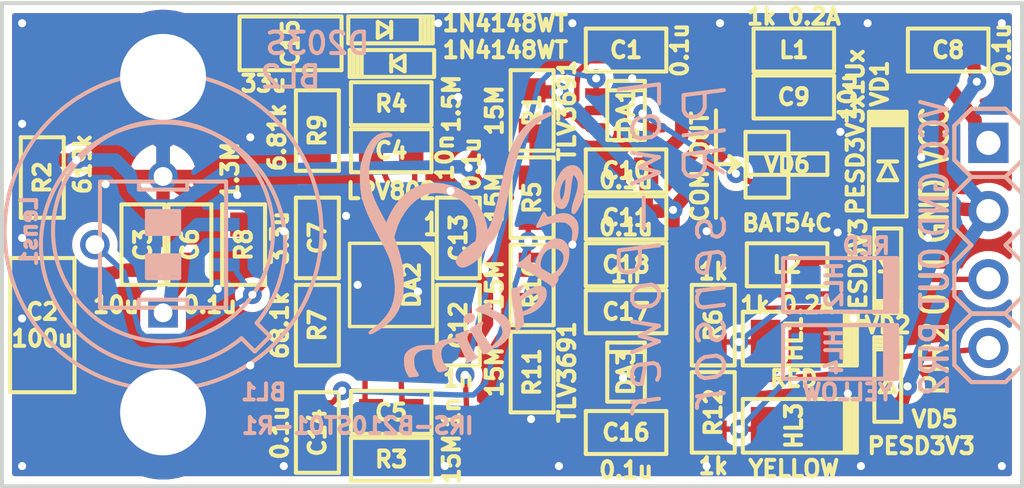
<source format=kicad_pcb>
(kicad_pcb (version 20171130) (host pcbnew "(5.1.7)-1")
  (layers (0 F.Cu signal) (31 B.Cu signal) (36 B.SilkS user) (37 F.SilkS user) (38 B.Mask user) (39 F.Mask user) (44 Edge.Cuts user))
  (net 0 "")
  (net 1 GND)
  (net 2 /PIR_signal)
  (net 3 /+PIR_PWR2)
  (net 4 /+PIR_PWR)
  (net 5 +VCC)
  (net 6 /PIR_OUT)
  (net 7 "Net-(C4-Pad1)")
  (net 8 "Net-(HL1-PadA)")
  (net 9 "Net-(C1-Pad2)")
  (net 10 "Net-(C4-Pad2)")
  (net 11 "Net-(C5-Pad1)")
  (net 12 "Net-(C5-Pad2)")
  (net 13 "Net-(C7-Pad2)")
  (net 14 GNDP)
  (net 15 "Net-(C14-Pad1)")
  (net 16 "Net-(C15-Pad1)")
  (net 17 "Net-(C16-Pad1)")
  (net 18 /PIR1)
  (net 19 /PIR2)
  (net 20 "Net-(HL3-PadA)")
  (module Installation:PIR_D203S_TO5-3 (layer B.Cu) (at 106 59 90)
    (fp_text reference BL2 (at 6.25 4.75 180) (layer B.SilkS) (effects (font (size 0.8 0.8)) (justify mirror)))
    (fp_text value D203S (at 7.5 5.75) (layer B.SilkS) (effects (font (size 0.8 0.8)) (justify mirror)))
    (pad 3 thru_hole oval (at 2.54 0 90) (size 1.1 1.1) (drill 0.7) (layers *.Cu *.Mask) (net 1 GND))
    (pad 2 thru_hole oval (at 0 -2.54 90) (size 1.1 1.1) (drill 0.7) (layers *.Cu *.Mask) (net 2 /PIR_signal))
    (pad 1 thru_hole rect (at -2.54 0 90) (size 1.1 1.1) (drill 0.7) (layers *.Cu *.Mask) (net 3 /+PIR_PWR2))
  )
  (module Capacitors:CAP0603 (layer F.Cu) (at 135.25 51.75)
    (fp_text reference C8 (at 0 0) (layer F.SilkS) (effects (font (size 0.6 0.6))))
    (fp_text value 0.1u (at 2 0 90) (layer F.SilkS) (effects (font (size 0.6 0.6))))
    (pad 1 smd rect (at -0.75 0) (size 0.9 1) (layers F.Cu F.Paste F.Mask) (net 5 +VCC))
    (pad 2 smd rect (at 0.75 0) (size 0.9 1) (layers F.Cu F.Paste F.Mask) (net 14 GNDP))
  )
  (module Capacitors:CAP0603 (layer F.Cu) (at 129.5 53.5)
    (fp_text reference C9 (at 0 0) (layer F.SilkS) (effects (font (size 0.6 0.6))))
    (fp_text value 10u (at 2 0 90) (layer F.SilkS) (effects (font (size 0.6 0.6))))
    (pad 1 smd rect (at -0.75 0) (size 0.9 1) (layers F.Cu F.Paste F.Mask) (net 4 /+PIR_PWR))
    (pad 2 smd rect (at 0.75 0) (size 0.9 1) (layers F.Cu F.Paste F.Mask) (net 1 GND))
  )
  (module PCB_details:Hole_for_M3_small (layer F.Cu) (at 106 65.25)
    (fp_text reference Hole1 hide)
    (fp_text value HoleMetalled hide)
    (pad H thru_hole circle (at 0 0) (size 5 5) (drill 3.2) (layers *.Cu *.Mask) (net 1 GND))
  )
  (module PCB_details:Hole_for_M3_small (layer F.Cu) (at 106 52.75)
    (fp_text reference Hole2 hide)
    (fp_text value HoleMetalled hide)
    (pad H thru_hole circle (at 0 0) (size 5 5) (drill 3.2) (layers *.Cu *.Mask) (net 1 GND))
  )
  (module Inductors:Bead_0603 (layer F.Cu) (at 129.5 51.75 180)
    (fp_text reference L1 (at 0 0 180) (layer F.SilkS) (effects (font (size 0.6 0.6))))
    (fp_text value "1k 0.2A" (at 0 1.25 180) (layer F.SilkS) (effects (font (size 0.6 0.6))))
    (pad 2 smd rect (at 0.75 0 180) (size 0.9 1) (layers F.Cu F.Paste F.Mask) (net 4 /+PIR_PWR))
    (pad 1 smd rect (at -0.75 0 180) (size 0.9 1) (layers F.Cu F.Paste F.Mask) (net 5 +VCC))
  )
  (module Inductors:Bead_0603 (layer F.Cu) (at 129.25 59.75 180)
    (fp_text reference L2 (at 0 0 180) (layer F.SilkS) (effects (font (size 0.6 0.6))))
    (fp_text value "1k 0.2A" (at 0 -1.5 180) (layer F.SilkS) (effects (font (size 0.6 0.6))))
    (pad 1 smd rect (at -0.75 0 180) (size 0.9 1) (layers F.Cu F.Paste F.Mask) (net 14 GNDP))
    (pad 2 smd rect (at 0.75 0 180) (size 0.9 1) (layers F.Cu F.Paste F.Mask) (net 1 GND))
  )
  (module Installation:FresnelLens_10mm_8308-4 (layer B.Cu) (at 106 58.5)
    (fp_text reference Lens1 (at -5 0 90) (layer B.SilkS) (effects (font (size 0.6 0.6)) (justify mirror)))
    (fp_text value "Lens 8308-4" hide)
  )
  (module Graphics:Eldalim_10x8 (layer B.Cu) (at 117.5 59 270)
    (fp_text reference Logo1 hide)
    (fp_text value Eldalim hide)
  )
  (module Diodes:SOD323+523 (layer F.Cu) (at 133 56.25 90)
    (fp_text reference VD1 (at 3.25 -0.3 90) (layer F.SilkS) (effects (font (size 0.6 0.6))))
    (fp_text value PESD3V3x1Ux (at 1.45 -1.2 270) (layer F.SilkS) (effects (font (size 0.6 0.6))))
    (pad A smd rect (at -1 0 90) (size 1 0.7) (layers F.Cu F.Paste F.Mask) (net 14 GNDP))
    (pad C smd rect (at 1 0 90) (size 1 0.7) (layers F.Cu F.Paste F.Mask) (net 5 +VCC))
  )
  (module Diodes:SOD523 (layer F.Cu) (at 133 59.75 270)
    (fp_text reference VD2 (at 2.25 0 180) (layer F.SilkS) (effects (font (size 0.6 0.6))))
    (fp_text value PESD3V3x1UB hide)
    (pad C smd rect (at 0.8 0 270) (size 0.7 0.6) (layers F.Cu F.Paste F.Mask) (net 6 /PIR_OUT))
    (pad A smd rect (at -0.8 0 270) (size 0.7 0.6) (layers F.Cu F.Paste F.Mask) (net 14 GNDP))
  )
  (module Connectors:for_SENS_PLS-3 (layer F.Cu) (at 136.75 57.75 270)
    (fp_text reference XP1 hide)
    (fp_text value SENS hide)
    (fp_text user VCC (at -2.75 2 270) (layer F.SilkS) (effects (font (size 1 0.8))))
    (fp_text user GND (at 0 2 270) (layer F.SilkS) (effects (font (size 1 0.8))))
    (fp_text user OUT (at 2.75 2 270) (layer F.SilkS) (effects (font (size 1 0.8))))
    (fp_text user VCC (at -3 2 270) (layer B.SilkS) (effects (font (size 1 0.8)) (justify mirror)))
    (fp_text user GND (at -0.25 2 270) (layer B.SilkS) (effects (font (size 1 0.8)) (justify mirror)))
    (fp_text user OUT (at 2.5 2 270) (layer B.SilkS) (effects (font (size 1 0.8)) (justify mirror)))
    (pad 1 thru_hole rect (at -2.54 0 270) (size 1.5 1.5) (drill 0.9) (layers *.Cu *.Mask) (net 5 +VCC))
    (pad 2 thru_hole circle (at 0 0 270) (size 1.5 1.5) (drill 0.9) (layers *.Cu *.Mask) (net 14 GNDP))
    (pad 3 thru_hole circle (at 2.54 0 270) (size 1.5 1.5) (drill 0.9) (layers *.Cu *.Mask) (net 6 /PIR_OUT))
  )
  (module LEDs:LED0805 (layer F.Cu) (at 129.5 62.5)
    (fp_text reference HL1 (at 0 0 90) (layer F.SilkS) (effects (font (size 0.6 0.6))))
    (fp_text value RED (at 0 1.5 180) (layer F.SilkS) (effects (font (size 0.6 0.6))))
    (pad C smd rect (at 1.05 0) (size 1.1 1.4) (layers F.Cu F.Paste F.Mask) (net 1 GND))
    (pad A smd rect (at -1.05 0) (size 1.1 1.4) (layers F.Cu F.Paste F.Mask) (net 8 "Net-(HL1-PadA)"))
  )
  (module LEDs:LED0805 (layer B.Cu) (at 131 60.5)
    (fp_text reference HL2 (at 0 0 -90) (layer B.SilkS) (effects (font (size 0.6 0.6)) (justify mirror)))
    (fp_text value RED (at 1.2 -1.45) (layer B.SilkS) (effects (font (size 0.6 0.6)) (justify mirror)))
    (pad A smd rect (at -1.05 0) (size 1.1 1.4) (layers B.Cu B.Paste B.Mask) (net 8 "Net-(HL1-PadA)"))
    (pad C smd rect (at 1.05 0) (size 1.1 1.4) (layers B.Cu B.Paste B.Mask) (net 1 GND))
  )
  (module Resistors:RES0603 (layer F.Cu) (at 126.5 62 270)
    (fp_text reference R6 (at 0 0 270) (layer F.SilkS) (effects (font (size 0.6 0.6))))
    (fp_text value 1k (at -2 0) (layer F.SilkS) (effects (font (size 0.6 0.6))))
    (pad 1 smd rect (at -0.75 0 270) (size 0.9 1) (layers F.Cu F.Paste F.Mask) (net 6 /PIR_OUT))
    (pad 2 smd rect (at 0.75 0 270) (size 0.9 1) (layers F.Cu F.Paste F.Mask) (net 8 "Net-(HL1-PadA)"))
  )
  (module Installation:PIR_IRS-B210ST01 (layer B.Cu) (at 106 59)
    (fp_text reference BL1 (at 3.75 5.5) (layer B.SilkS) (effects (font (size 0.6 0.6)) (justify mirror)))
    (fp_text value IRS-B210ST01-R1 (at 7.25 6.75) (layer B.SilkS) (effects (font (size 0.6 0.6)) (justify mirror)))
    (pad 5 smd rect (at -2.35 -1.45) (size 1 0.5) (layers B.Cu B.Paste B.Mask) (net 1 GND))
    (pad 4 smd rect (at -2.35 1.45) (size 1 0.5) (layers B.Cu B.Paste B.Mask) (net 1 GND))
    (pad 1 smd rect (at 2.35 -0.75) (size 1 0.5) (layers B.Cu B.Paste B.Mask) (net 3 /+PIR_PWR2))
    (pad 2 smd rect (at 2.35 0) (size 1 0.5) (layers B.Cu B.Paste B.Mask) (net 1 GND))
    (pad 3 smd rect (at 2.35 0.75) (size 1 0.5) (layers B.Cu B.Paste B.Mask) (net 2 /PIR_signal))
  )
  (module Capacitors:CAP0603 (layer F.Cu) (at 123.25 51.75 180)
    (fp_text reference C1 (at 0 0 180) (layer F.SilkS) (effects (font (size 0.6 0.6))))
    (fp_text value 0.1u (at -2 0 270) (layer F.SilkS) (effects (font (size 0.6 0.6))))
    (pad 2 smd rect (at 0.75 0 180) (size 0.9 1) (layers F.Cu F.Paste F.Mask) (net 9 "Net-(C1-Pad2)"))
    (pad 1 smd rect (at -0.75 0 180) (size 0.9 1) (layers F.Cu F.Paste F.Mask) (net 1 GND))
  )
  (module Capacitors:CAP1206 (layer F.Cu) (at 101.5 62 270)
    (fp_text reference C2 (at -0.5 0) (layer F.SilkS) (effects (font (size 0.6 0.6))))
    (fp_text value 100u (at 0.5 0) (layer F.SilkS) (effects (font (size 0.6 0.6))))
    (pad 1 smd rect (at -1.65 0 270) (size 1.1 1.8) (layers F.Cu F.Paste F.Mask) (net 3 /+PIR_PWR2))
    (pad 2 smd rect (at 1.65 0 270) (size 1.1 1.8) (layers F.Cu F.Paste F.Mask) (net 1 GND))
  )
  (module Capacitors:CAP0603 (layer F.Cu) (at 105.25 59 90)
    (fp_text reference C3 (at 0 0 90) (layer F.SilkS) (effects (font (size 0.6 0.6))))
    (fp_text value 10u (at -2.25 -1 180) (layer F.SilkS) (effects (font (size 0.6 0.6))))
    (pad 1 smd rect (at -0.75 0 90) (size 0.9 1) (layers F.Cu F.Paste F.Mask) (net 3 /+PIR_PWR2))
    (pad 2 smd rect (at 0.75 0 90) (size 0.9 1) (layers F.Cu F.Paste F.Mask) (net 1 GND))
  )
  (module Capacitors:CAP0603 (layer F.Cu) (at 114.5 55.5)
    (fp_text reference C4 (at 0 0) (layer F.SilkS) (effects (font (size 0.6 0.6))))
    (fp_text value 10n (at 2 0.25 90) (layer F.SilkS) (effects (font (size 0.6 0.6))))
    (pad 1 smd rect (at -0.75 0) (size 0.9 1) (layers F.Cu F.Paste F.Mask) (net 7 "Net-(C4-Pad1)"))
    (pad 2 smd rect (at 0.75 0) (size 0.9 1) (layers F.Cu F.Paste F.Mask) (net 10 "Net-(C4-Pad2)"))
  )
  (module Capacitors:CAP0603 (layer F.Cu) (at 114.5 65.25)
    (fp_text reference C5 (at 0 0) (layer F.SilkS) (effects (font (size 0.6 0.6))))
    (fp_text value 1n (at 2.25 0 90) (layer F.SilkS) (effects (font (size 0.6 0.6))))
    (pad 1 smd rect (at -0.75 0) (size 0.9 1) (layers F.Cu F.Paste F.Mask) (net 11 "Net-(C5-Pad1)"))
    (pad 2 smd rect (at 0.75 0) (size 0.9 1) (layers F.Cu F.Paste F.Mask) (net 12 "Net-(C5-Pad2)"))
  )
  (module Capacitors:CAP0603 (layer F.Cu) (at 107 59 90)
    (fp_text reference C6 (at 0 0 90) (layer F.SilkS) (effects (font (size 0.6 0.6))))
    (fp_text value 0.1u (at -2.25 0.75 180) (layer F.SilkS) (effects (font (size 0.6 0.6))))
    (pad 2 smd rect (at 0.75 0 90) (size 0.9 1) (layers F.Cu F.Paste F.Mask) (net 1 GND))
    (pad 1 smd rect (at -0.75 0 90) (size 0.9 1) (layers F.Cu F.Paste F.Mask) (net 3 /+PIR_PWR2))
  )
  (module Capacitors:CAP0603 (layer F.Cu) (at 111.75 58.75 270)
    (fp_text reference C7 (at 0 0 270) (layer F.SilkS) (effects (font (size 0.6 0.6))))
    (fp_text value 3.3u (at 0 1.4 270) (layer F.SilkS) (effects (font (size 0.6 0.6))))
    (pad 2 smd rect (at 0.75 0 270) (size 0.9 1) (layers F.Cu F.Paste F.Mask) (net 13 "Net-(C7-Pad2)"))
    (pad 1 smd rect (at -0.75 0 270) (size 0.9 1) (layers F.Cu F.Paste F.Mask) (net 10 "Net-(C4-Pad2)"))
  )
  (module Capacitors:CAP0603 (layer F.Cu) (at 123.25 56.25 180)
    (fp_text reference C10 (at 0 0 180) (layer F.SilkS) (effects (font (size 0.6 0.6))))
    (fp_text value 1n (at 0 1.4 180) (layer F.SilkS) (effects (font (size 0.6 0.6))))
    (pad 2 smd rect (at 0.75 0 180) (size 0.9 1) (layers F.Cu F.Paste F.Mask) (net 1 GND))
    (pad 1 smd rect (at -0.75 0 180) (size 0.9 1) (layers F.Cu F.Paste F.Mask) (net 4 /+PIR_PWR))
  )
  (module Capacitors:CAP0603 (layer F.Cu) (at 123.25 58 180)
    (fp_text reference C11 (at 0 0 180) (layer F.SilkS) (effects (font (size 0.6 0.6))))
    (fp_text value 0.1u (at 0 1.4 180) (layer F.SilkS) (effects (font (size 0.6 0.6))))
    (pad 2 smd rect (at 0.75 0 180) (size 0.9 1) (layers F.Cu F.Paste F.Mask) (net 1 GND))
    (pad 1 smd rect (at -0.75 0 180) (size 0.9 1) (layers F.Cu F.Paste F.Mask) (net 4 /+PIR_PWR))
  )
  (module Capacitors:CAP0603 (layer F.Cu) (at 117 62 90)
    (fp_text reference C12 (at 0 0 90) (layer F.SilkS) (effects (font (size 0.6 0.6))))
    (fp_text value 1n (at -2 0 180) (layer F.SilkS) (effects (font (size 0.6 0.6))))
    (pad 1 smd rect (at -0.75 0 90) (size 0.9 1) (layers F.Cu F.Paste F.Mask) (net 4 /+PIR_PWR))
    (pad 2 smd rect (at 0.75 0 90) (size 0.9 1) (layers F.Cu F.Paste F.Mask) (net 1 GND))
  )
  (module Capacitors:CAP0603 (layer F.Cu) (at 117 58.75 90)
    (fp_text reference C13 (at 0 0 90) (layer F.SilkS) (effects (font (size 0.6 0.6))))
    (fp_text value 0.1u (at 2.75 0.5 90) (layer F.SilkS) (effects (font (size 0.6 0.6))))
    (pad 2 smd rect (at 0.75 0 90) (size 0.9 1) (layers F.Cu F.Paste F.Mask) (net 1 GND))
    (pad 1 smd rect (at -0.75 0 90) (size 0.9 1) (layers F.Cu F.Paste F.Mask) (net 4 /+PIR_PWR))
  )
  (module Capacitors:CAP0603 (layer F.Cu) (at 111.75 66 270)
    (fp_text reference C14 (at 0 0 270) (layer F.SilkS) (effects (font (size 0.6 0.6))))
    (fp_text value 0.1u (at 0 1.4 270) (layer F.SilkS) (effects (font (size 0.6 0.6))))
    (pad 1 smd rect (at -0.75 0 270) (size 0.9 1) (layers F.Cu F.Paste F.Mask) (net 15 "Net-(C14-Pad1)"))
    (pad 2 smd rect (at 0.75 0 270) (size 0.9 1) (layers F.Cu F.Paste F.Mask) (net 1 GND))
  )
  (module Capacitors:CAP0805 (layer F.Cu) (at 110.75 51.5 180)
    (fp_text reference C15 (at 0 0 270) (layer F.SilkS) (effects (font (size 0.6 0.6))))
    (fp_text value 33u (at 1 -1.5 180) (layer F.SilkS) (effects (font (size 0.6 0.6))))
    (pad 1 smd rect (at -1.05 0 180) (size 1.1 1.4) (layers F.Cu F.Paste F.Mask) (net 16 "Net-(C15-Pad1)"))
    (pad 2 smd rect (at 1.05 0 180) (size 1.1 1.4) (layers F.Cu F.Paste F.Mask) (net 1 GND))
  )
  (module Capacitors:CAP0603 (layer F.Cu) (at 123.25 66)
    (fp_text reference C16 (at 0 0) (layer F.SilkS) (effects (font (size 0.6 0.6))))
    (fp_text value 0.1u (at 0 1.4) (layer F.SilkS) (effects (font (size 0.6 0.6))))
    (pad 1 smd rect (at -0.75 0) (size 0.9 1) (layers F.Cu F.Paste F.Mask) (net 17 "Net-(C16-Pad1)"))
    (pad 2 smd rect (at 0.75 0) (size 0.9 1) (layers F.Cu F.Paste F.Mask) (net 1 GND))
  )
  (module Capacitors:CAP0603 (layer F.Cu) (at 123.25 61.5 180)
    (fp_text reference C17 (at 0 0 180) (layer F.SilkS) (effects (font (size 0.6 0.6))))
    (fp_text value 1n (at 0 1.4 180) (layer F.SilkS) (effects (font (size 0.6 0.6))))
    (pad 1 smd rect (at -0.75 0 180) (size 0.9 1) (layers F.Cu F.Paste F.Mask) (net 4 /+PIR_PWR))
    (pad 2 smd rect (at 0.75 0 180) (size 0.9 1) (layers F.Cu F.Paste F.Mask) (net 1 GND))
  )
  (module Capacitors:CAP0603 (layer F.Cu) (at 123.25 59.75 180)
    (fp_text reference C18 (at 0 0 180) (layer F.SilkS) (effects (font (size 0.6 0.6))))
    (fp_text value 0.1u (at 0 1.4 180) (layer F.SilkS) (effects (font (size 0.6 0.6))))
    (pad 2 smd rect (at 0.75 0 180) (size 0.9 1) (layers F.Cu F.Paste F.Mask) (net 1 GND))
    (pad 1 smd rect (at -0.75 0 180) (size 0.9 1) (layers F.Cu F.Paste F.Mask) (net 4 /+PIR_PWR))
  )
  (module SOT,_TO:SOT353 (layer F.Cu) (at 123.25 54 270)
    (fp_text reference DA1 (at 0 0 270) (layer F.SilkS) (effects (font (size 0.6 0.6))))
    (fp_text value TLV3691 (at 0 2.2 270) (layer F.SilkS) (effects (font (size 0.6 0.6))))
    (pad 5 smd oval (at -0.65 -1.1 270) (size 0.35 0.85) (layers F.Cu F.Paste F.Mask) (net 4 /+PIR_PWR))
    (pad 4 smd oval (at 0.65 -1.1 270) (size 0.35 0.85) (layers F.Cu F.Paste F.Mask) (net 18 /PIR1))
    (pad 3 smd oval (at 0.65 1.1 270) (size 0.35 0.85) (layers F.Cu F.Paste F.Mask) (net 9 "Net-(C1-Pad2)"))
    (pad 2 smd oval (at 0 1.1 270) (size 0.35 0.85) (layers F.Cu F.Paste F.Mask) (net 1 GND))
    (pad 1 smd rect (at -0.65 1.1 270) (size 0.35 0.85) (layers F.Cu F.Paste F.Mask) (net 12 "Net-(C5-Pad2)"))
  )
  (module SOP,_MSOP,_TSSOP:MSOP8 (layer F.Cu) (at 114.5 60.5 270)
    (fp_text reference DA2 (at 0 -0.762 270) (layer F.SilkS) (effects (font (size 0.6 0.6))))
    (fp_text value LPV802 (at -3.5 0) (layer F.SilkS) (effects (font (size 0.6 0.6))))
    (fp_text user 1 (at -2.25 -1.5) (layer F.SilkS) (effects (font (size 0.8 0.6))))
    (pad 1 smd rect (at -2.1 -0.975 270) (size 1.6 0.4) (layers F.Cu F.Paste F.Mask) (net 10 "Net-(C4-Pad2)"))
    (pad 2 smd oval (at -2.1 -0.325 270) (size 1.6 0.4) (layers F.Cu F.Paste F.Mask) (net 7 "Net-(C4-Pad1)"))
    (pad 3 smd oval (at -2.1 0.325 270) (size 1.6 0.4) (layers F.Cu F.Paste F.Mask) (net 2 /PIR_signal))
    (pad 4 smd oval (at -2.1 0.975 270) (size 1.6 0.4) (layers F.Cu F.Paste F.Mask) (net 1 GND))
    (pad 5 smd oval (at 2.1 0.975 270) (size 1.6 0.4) (layers F.Cu F.Paste F.Mask) (net 11 "Net-(C5-Pad1)"))
    (pad 6 smd oval (at 2.1 0.325 270) (size 1.6 0.4) (layers F.Cu F.Paste F.Mask) (net 15 "Net-(C14-Pad1)"))
    (pad 7 smd oval (at 2.1 -0.325 270) (size 1.6 0.4) (layers F.Cu F.Paste F.Mask) (net 12 "Net-(C5-Pad2)"))
    (pad 8 smd oval (at 2.1 -0.975 270) (size 1.6 0.4) (layers F.Cu F.Paste F.Mask) (net 4 /+PIR_PWR))
  )
  (module SOT,_TO:SOT353 (layer F.Cu) (at 123.25 63.75 270)
    (fp_text reference DA3 (at 0 0 270) (layer F.SilkS) (effects (font (size 0.6 0.6))))
    (fp_text value TLV3691 (at 0 2.2 270) (layer F.SilkS) (effects (font (size 0.6 0.6))))
    (pad 1 smd rect (at -0.65 1.1 270) (size 0.35 0.85) (layers F.Cu F.Paste F.Mask) (net 17 "Net-(C16-Pad1)"))
    (pad 2 smd oval (at 0 1.1 270) (size 0.35 0.85) (layers F.Cu F.Paste F.Mask) (net 1 GND))
    (pad 3 smd oval (at 0.65 1.1 270) (size 0.35 0.85) (layers F.Cu F.Paste F.Mask) (net 12 "Net-(C5-Pad2)"))
    (pad 4 smd oval (at 0.65 -1.1 270) (size 0.35 0.85) (layers F.Cu F.Paste F.Mask) (net 19 /PIR2))
    (pad 5 smd oval (at -0.65 -1.1 270) (size 0.35 0.85) (layers F.Cu F.Paste F.Mask) (net 4 /+PIR_PWR))
  )
  (module PCB_details:FuseSolder (layer F.Cu) (at 128.5 56 270)
    (fp_text reference fus1 hide)
    (fp_text value "COM OUT" (at 0.1 2.5 90 unlocked) (layer F.SilkS) (effects (font (size 0.6 0.6))))
    (fp_line (start -0.3 -0.25) (end -0.05 -0.5) (layer F.Cu) (width 0.1))
    (fp_line (start -0.05 0) (end -0.3 -0.25) (layer F.Cu) (width 0.1))
    (fp_line (start -0.3 0.25) (end -0.05 0.5) (layer F.Cu) (width 0.1))
    (fp_line (start -0.05 0) (end -0.3 0.25) (layer F.Cu) (width 0.1))
    (fp_line (start 0.4 0.5) (end 0.4 -0.5) (layer F.Cu) (width 0.1))
    (fp_line (start 0.15 0.25) (end 0.4 0.5) (layer F.Cu) (width 0.1))
    (fp_line (start 0.4 0) (end 0.15 0.25) (layer F.Cu) (width 0.1))
    (fp_line (start 0.15 -0.25) (end 0.4 0) (layer F.Cu) (width 0.1))
    (fp_line (start 0.4 -0.5) (end 0.15 -0.25) (layer F.Cu) (width 0.1))
    (fp_line (start -0.35 -0.5) (end -0.35 0.5) (layer F.Cu) (width 0.1))
    (fp_line (start -0.2 -0.45) (end -0.3 -0.35) (layer F.Cu) (width 0.1))
    (fp_line (start -0.3 -0.45) (end -0.2 -0.45) (layer F.Cu) (width 0.1))
    (fp_line (start 0.35 -0.35) (end 0.35 -0.25) (layer F.Cu) (width 0.1))
    (fp_line (start 0.25 -0.25) (end 0.35 -0.35) (layer F.Cu) (width 0.1))
    (fp_line (start 0.35 -0.15) (end 0.25 -0.25) (layer F.Cu) (width 0.1))
    (fp_line (start 0.35 0.15) (end 0.35 0.3) (layer F.Cu) (width 0.1))
    (fp_line (start 0.25 0.25) (end 0.35 0.15) (layer F.Cu) (width 0.1))
    (fp_line (start 0.35 0.4) (end 0.25 0.25) (layer F.Cu) (width 0.1))
    (fp_line (start -0.3 0.35) (end -0.25 0.4) (layer F.Cu) (width 0.1))
    (fp_line (start -0.3 0.45) (end -0.3 0.35) (layer F.Cu) (width 0.1))
    (fp_line (start -0.15 0.45) (end -0.3 0.45) (layer F.Cu) (width 0.1))
    (fp_line (start -0.25 0.1) (end -0.25 0) (layer F.Cu) (width 0.1))
    (fp_line (start -0.15 0) (end -0.25 0.1) (layer F.Cu) (width 0.1))
    (fp_line (start -0.3 -0.15) (end -0.15 0) (layer F.Cu) (width 0.1))
    (fp_line (start -0.3 0.2) (end -0.3 -0.15) (layer F.Cu) (width 0.1))
    (pad 1 smd oval (at -0.2 0.5 270) (size 0.4 0.1) (layers F.Cu F.Paste F.Mask) (net 6 /PIR_OUT))
    (pad 2 smd trapezoid (at 0.7 0 180) (size 0.85 0.6) (rect_delta 0 0.25) (layers F.Cu F.Paste F.Mask) (net 18 /PIR1))
    (pad 1 smd trapezoid (at -0.65 0) (size 0.85 0.6) (rect_delta 0 0.25) (layers F.Cu F.Paste F.Mask) (net 6 /PIR_OUT))
    (pad 1 smd oval (at -0.2 -0.5 270) (size 0.4 0.1) (layers F.Cu F.Paste F.Mask) (net 6 /PIR_OUT))
  )
  (module LEDs:LED0805 (layer F.Cu) (at 129.5 65.75)
    (fp_text reference HL3 (at 0 0 90) (layer F.SilkS) (effects (font (size 0.6 0.6))))
    (fp_text value YELLOW (at 0 1.6) (layer F.SilkS) (effects (font (size 0.6 0.6))))
    (pad A smd rect (at -1.05 0) (size 1.1 1.4) (layers F.Cu F.Paste F.Mask) (net 20 "Net-(HL3-PadA)"))
    (pad C smd rect (at 1.05 0) (size 1.1 1.4) (layers F.Cu F.Paste F.Mask) (net 1 GND))
  )
  (module LEDs:LED0805 (layer B.Cu) (at 131 63)
    (fp_text reference HL4 (at 0 0 -90) (layer B.SilkS) (effects (font (size 0.6 0.6)) (justify mirror)))
    (fp_text value YELLOW (at 0.5 1.5) (layer B.SilkS) (effects (font (size 0.6 0.6)) (justify mirror)))
    (pad C smd rect (at 1.05 0) (size 1.1 1.4) (layers B.Cu B.Paste B.Mask) (net 1 GND))
    (pad A smd rect (at -1.05 0) (size 1.1 1.4) (layers B.Cu B.Paste B.Mask) (net 20 "Net-(HL3-PadA)"))
  )
  (module Resistors:RES0603 (layer F.Cu) (at 119.75 54 270)
    (fp_text reference R1 (at 0 0 270) (layer F.SilkS) (effects (font (size 0.6 0.6))))
    (fp_text value 15M (at 0 1.4 270) (layer F.SilkS) (effects (font (size 0.6 0.6))))
    (pad 2 smd rect (at 0.75 0 270) (size 0.9 1) (layers F.Cu F.Paste F.Mask) (net 9 "Net-(C1-Pad2)"))
    (pad 1 smd rect (at -0.75 0 270) (size 0.9 1) (layers F.Cu F.Paste F.Mask) (net 4 /+PIR_PWR))
  )
  (module Resistors:RES0603 (layer F.Cu) (at 101.5 56.5 270)
    (fp_text reference R2 (at 0 0 270) (layer F.SilkS) (effects (font (size 0.6 0.6))))
    (fp_text value 619k (at -0.5 -1.5 270) (layer F.SilkS) (effects (font (size 0.6 0.6))))
    (pad 1 smd rect (at -0.75 0 270) (size 0.9 1) (layers F.Cu F.Paste F.Mask) (net 4 /+PIR_PWR))
    (pad 2 smd rect (at 0.75 0 270) (size 0.9 1) (layers F.Cu F.Paste F.Mask) (net 3 /+PIR_PWR2))
  )
  (module Resistors:RES0603 (layer F.Cu) (at 114.5 67)
    (fp_text reference R3 (at 0 0) (layer F.SilkS) (effects (font (size 0.6 0.6))))
    (fp_text value 15M (at 2.25 0 90) (layer F.SilkS) (effects (font (size 0.6 0.6))))
    (pad 2 smd rect (at 0.75 0) (size 0.9 1) (layers F.Cu F.Paste F.Mask) (net 12 "Net-(C5-Pad2)"))
    (pad 1 smd rect (at -0.75 0) (size 0.9 1) (layers F.Cu F.Paste F.Mask) (net 11 "Net-(C5-Pad1)"))
  )
  (module Resistors:RES0603 (layer F.Cu) (at 114.5 53.75)
    (fp_text reference R4 (at 0 0) (layer F.SilkS) (effects (font (size 0.6 0.6))))
    (fp_text value 1.5M (at 2.25 0 90) (layer F.SilkS) (effects (font (size 0.6 0.6))))
    (pad 1 smd rect (at -0.75 0) (size 0.9 1) (layers F.Cu F.Paste F.Mask) (net 7 "Net-(C4-Pad1)"))
    (pad 2 smd rect (at 0.75 0) (size 0.9 1) (layers F.Cu F.Paste F.Mask) (net 10 "Net-(C4-Pad2)"))
  )
  (module Resistors:RES0603 (layer F.Cu) (at 119.75 57.25 270)
    (fp_text reference R5 (at 0 0 270) (layer F.SilkS) (effects (font (size 0.6 0.6))))
    (fp_text value 15M (at 0 1.4 270) (layer F.SilkS) (effects (font (size 0.6 0.6))))
    (pad 1 smd rect (at -0.75 0 270) (size 0.9 1) (layers F.Cu F.Paste F.Mask) (net 9 "Net-(C1-Pad2)"))
    (pad 2 smd rect (at 0.75 0 270) (size 0.9 1) (layers F.Cu F.Paste F.Mask) (net 15 "Net-(C14-Pad1)"))
  )
  (module Resistors:RES0603 (layer F.Cu) (at 111.75 62 270)
    (fp_text reference R7 (at 0 0 270) (layer F.SilkS) (effects (font (size 0.6 0.6))))
    (fp_text value 68.1k (at 0 1.4 270) (layer F.SilkS) (effects (font (size 0.6 0.6))))
    (pad 1 smd rect (at -0.75 0 270) (size 0.9 1) (layers F.Cu F.Paste F.Mask) (net 13 "Net-(C7-Pad2)"))
    (pad 2 smd rect (at 0.75 0 270) (size 0.9 1) (layers F.Cu F.Paste F.Mask) (net 11 "Net-(C5-Pad1)"))
  )
  (module Resistors:RES0603 (layer F.Cu) (at 109 59 270)
    (fp_text reference R8 (at 0 0 270) (layer F.SilkS) (effects (font (size 0.6 0.6))))
    (fp_text value 1.3M (at -2.75 0.5 270) (layer F.SilkS) (effects (font (size 0.6 0.6))))
    (pad 2 smd rect (at 0.75 0 270) (size 0.9 1) (layers F.Cu F.Paste F.Mask) (net 1 GND))
    (pad 1 smd rect (at -0.75 0 270) (size 0.9 1) (layers F.Cu F.Paste F.Mask) (net 2 /PIR_signal))
  )
  (module Resistors:RES0603 (layer F.Cu) (at 111.75 54.75 90)
    (fp_text reference R9 (at 0 0 90) (layer F.SilkS) (effects (font (size 0.6 0.6))))
    (fp_text value 6.81k (at -0.25 -1.5 90) (layer F.SilkS) (effects (font (size 0.6 0.6))))
    (pad 2 smd rect (at 0.75 0 90) (size 0.9 1) (layers F.Cu F.Paste F.Mask) (net 16 "Net-(C15-Pad1)"))
    (pad 1 smd rect (at -0.75 0 90) (size 0.9 1) (layers F.Cu F.Paste F.Mask) (net 7 "Net-(C4-Pad1)"))
  )
  (module Resistors:RES0603 (layer F.Cu) (at 119.75 60.5 270)
    (fp_text reference R10 (at 0 0 270) (layer F.SilkS) (effects (font (size 0.6 0.6))))
    (fp_text value 15M (at 0 1.4 270) (layer F.SilkS) (effects (font (size 0.6 0.6))))
    (pad 1 smd rect (at -0.75 0 270) (size 0.9 1) (layers F.Cu F.Paste F.Mask) (net 15 "Net-(C14-Pad1)"))
    (pad 2 smd rect (at 0.75 0 270) (size 0.9 1) (layers F.Cu F.Paste F.Mask) (net 17 "Net-(C16-Pad1)"))
  )
  (module Resistors:RES0603 (layer F.Cu) (at 119.75 63.75 270)
    (fp_text reference R11 (at 0 0 270) (layer F.SilkS) (effects (font (size 0.6 0.6))))
    (fp_text value 15M (at 0 1.4 270) (layer F.SilkS) (effects (font (size 0.6 0.6))))
    (pad 2 smd rect (at 0.75 0 270) (size 0.9 1) (layers F.Cu F.Paste F.Mask) (net 1 GND))
    (pad 1 smd rect (at -0.75 0 270) (size 0.9 1) (layers F.Cu F.Paste F.Mask) (net 17 "Net-(C16-Pad1)"))
  )
  (module Resistors:RES0603 (layer F.Cu) (at 126.5 65.25 270)
    (fp_text reference R12 (at 0 0 270) (layer F.SilkS) (effects (font (size 0.6 0.6))))
    (fp_text value 1k (at 2 0) (layer F.SilkS) (effects (font (size 0.6 0.6))))
    (pad 1 smd rect (at -0.75 0 270) (size 0.9 1) (layers F.Cu F.Paste F.Mask) (net 19 /PIR2))
    (pad 2 smd rect (at 0.75 0 270) (size 0.9 1) (layers F.Cu F.Paste F.Mask) (net 20 "Net-(HL3-PadA)"))
  )
  (module Diodes:SOD523 (layer F.Cu) (at 114.75 52.25 180)
    (fp_text reference VD3 hide)
    (fp_text value 1N4148WT (at -4 0.5) (layer F.SilkS) (effects (font (size 0.6 0.6))))
    (pad C smd rect (at 0.8 0 180) (size 0.7 0.6) (layers F.Cu F.Paste F.Mask) (net 7 "Net-(C4-Pad1)"))
    (pad A smd rect (at -0.8 0 180) (size 0.7 0.6) (layers F.Cu F.Paste F.Mask) (net 10 "Net-(C4-Pad2)"))
  )
  (module Diodes:SOD523 (layer F.Cu) (at 114.25 51)
    (fp_text reference VD4 hide)
    (fp_text value 1N4148WT (at 4.5 -0.25 180) (layer F.SilkS) (effects (font (size 0.6 0.6))))
    (pad A smd rect (at -0.8 0) (size 0.7 0.6) (layers F.Cu F.Paste F.Mask) (net 7 "Net-(C4-Pad1)"))
    (pad C smd rect (at 0.8 0) (size 0.7 0.6) (layers F.Cu F.Paste F.Mask) (net 10 "Net-(C4-Pad2)"))
  )
  (module Diodes:SOD523 (layer F.Cu) (at 133 64.25 90)
    (fp_text reference VD5 (at -1.25 1.75) (layer F.SilkS) (effects (font (size 0.6 0.6))))
    (fp_text value PESD3V3x1UB hide)
    (pad C smd rect (at 0.8 0 90) (size 0.7 0.6) (layers F.Cu F.Paste F.Mask) (net 19 /PIR2))
    (pad A smd rect (at -0.8 0 90) (size 0.7 0.6) (layers F.Cu F.Paste F.Mask) (net 14 GNDP))
  )
  (module SOT,_TO:SOT23-3 (layer F.Cu) (at 129.25 56)
    (fp_text reference VD6 (at 0 0) (layer F.SilkS) (effects (font (size 0.6 0.6))))
    (fp_text value BAT54C (at 0 2.2) (layer F.SilkS) (effects (font (size 0.6 0.6))))
    (pad 1 smd rect (at -0.95 1) (size 0.8 0.9) (layers F.Cu F.Paste F.Mask) (net 18 /PIR1))
    (pad 2 smd rect (at 0.95 1) (size 0.8 0.9) (layers F.Cu F.Paste F.Mask) (net 19 /PIR2))
    (pad 3 smd rect (at 0 -1) (size 0.8 0.9) (layers F.Cu F.Paste F.Mask) (net 6 /PIR_OUT))
  )
  (module Connectors:PLS-1Rnd (layer F.Cu) (at 136.75 62.85)
    (fp_text reference XP2 hide)
    (fp_text value PIR2 (at -2 0.4 90) (layer F.SilkS) (effects (font (size 1 0.8))))
    (pad 1 thru_hole circle (at 0 0) (size 1.5 1.5) (drill 0.9) (layers *.Cu *.Mask) (net 19 /PIR2))
  )
  (gr_text PIR2 (at 134.75 63.25 90) (layer B.SilkS) (effects (font (size 1 0.8)) (justify mirror)))
  (gr_line (start 127.1 55.7) (end 127.5 56) (angle 90) (layer F.SilkS) (width 0.15))
  (gr_line (start 127.3 56) (end 127.1 55.7) (angle 90) (layer F.SilkS) (width 0.15))
  (gr_line (start 127.1 56.3) (end 127.3 56) (angle 90) (layer F.SilkS) (width 0.15))
  (gr_line (start 127.5 56) (end 127.1 56.3) (angle 90) (layer F.SilkS) (width 0.15))
  (gr_line (start 126.6 56) (end 127.5 56) (angle 90) (layer F.SilkS) (width 0.15))
  (gr_line (start 126.6 54) (end 126.6 58) (angle 90) (layer F.SilkS) (width 0.15))
  (gr_line (start 138 68) (end 100 68) (angle 90) (layer Edge.Cuts) (width 0.15))
  (gr_line (start 138 50) (end 138 68) (angle 90) (layer Edge.Cuts) (width 0.15))
  (gr_line (start 100 50) (end 138 50) (angle 90) (layer Edge.Cuts) (width 0.15))
  (gr_line (start 100 68) (end 100 50) (angle 90) (layer Edge.Cuts) (width 0.15))
  (gr_text PESD3V3 (at 134.25 66.5) (layer F.SilkS) (effects (font (size 0.6 0.6))))
  (gr_text PESD3V3 (at 131.9 60 90) (layer F.SilkS) (effects (font (size 0.6 0.6))))
  (gr_text "Low-Power\nPIR sensor" (at 125 59 90) (layer B.SilkS) (effects (font (size 1.5 1.5) (thickness 0.15) italic) (justify mirror)))
  (segment (start 122.666 54.0218) (end 122.9514 54.1819) (width 0.2) (layer F.Cu) (net 1))
  (segment (start 122.666 54.0218) (end 122.9736 53.9101) (width 0.2) (layer F.Cu) (net 1))
  (segment (start 108.0384 60.6501) (end 108.6036 60.45) (width 0.5) (layer F.Cu) (net 1))
  (segment (start 108.6036 60.45) (end 108.75 60.3036) (width 0.5) (layer F.Cu) (net 1))
  (segment (start 108.75 60.3036) (end 108.75 60.2) (width 0.5) (layer F.Cu) (net 1))
  (segment (start 108.75 60.2) (end 108.75 59.95) (width 0.5) (layer F.Cu) (net 1))
  (segment (start 108.75 59.95) (end 109 59.75) (width 0.5) (layer F.Cu) (net 1))
  (segment (start 122.5 59.75) (end 122.5 59.5) (width 0.5) (layer F.Cu) (net 1))
  (segment (start 122.5 59.5) (end 122.5 59.25) (width 0.5) (layer F.Cu) (net 1))
  (segment (start 122.5 59.25) (end 122.5 58.5) (width 0.5) (layer F.Cu) (net 1))
  (segment (start 122.5 58.5) (end 122.5 58.25) (width 0.5) (layer F.Cu) (net 1))
  (segment (start 122.5 58.25) (end 122.5 58) (width 0.5) (layer F.Cu) (net 1))
  (segment (start 122.5 59.75) (end 122.3 59.5) (width 0.5) (layer F.Cu) (net 1))
  (segment (start 122.3 59.5) (end 122.05 59.5) (width 0.5) (layer F.Cu) (net 1))
  (segment (start 122.05 59.5) (end 121.9464 59.5) (width 0.5) (layer F.Cu) (net 1))
  (segment (start 121.9464 59.5) (end 121.25 59) (width 0.5) (layer F.Cu) (net 1))
  (segment (start 119.7115 65.5001) (end 119.7115 64.95) (width 0.5) (layer F.Cu) (net 1))
  (segment (start 119.7115 64.95) (end 119.7115 64.7) (width 0.5) (layer F.Cu) (net 1))
  (segment (start 119.7115 64.7) (end 119.75 64.5) (width 0.5) (layer F.Cu) (net 1))
  (segment (start 109.7 51.5) (end 109.4 51.95) (width 0.5) (layer F.Cu) (net 1))
  (segment (start 109.4 51.95) (end 109.15 51.95) (width 0.5) (layer F.Cu) (net 1))
  (segment (start 109.15 51.95) (end 109.0464 51.95) (width 0.5) (layer F.Cu) (net 1))
  (segment (start 109.0464 51.95) (end 106 52.75) (width 0.5) (layer F.Cu) (net 1))
  (segment (start 124 51.75) (end 123.8 52) (width 0.5) (layer F.Cu) (net 1))
  (segment (start 123.8 52) (end 123.8 52.25) (width 0.5) (layer F.Cu) (net 1))
  (segment (start 123.8 52.25) (end 123.8 52.3536) (width 0.5) (layer F.Cu) (net 1))
  (segment (start 123.8 52.3536) (end 123.4816 52.8003) (width 0.5) (layer F.Cu) (net 1))
  (segment (start 122.5 56.25) (end 122.5 56.5) (width 0.5) (layer F.Cu) (net 1))
  (segment (start 122.5 56.5) (end 122.5 56.75) (width 0.5) (layer F.Cu) (net 1))
  (segment (start 122.5 56.75) (end 122.5 57.5) (width 0.5) (layer F.Cu) (net 1))
  (segment (start 122.5 57.5) (end 122.5 57.75) (width 0.5) (layer F.Cu) (net 1))
  (segment (start 122.5 57.75) (end 122.5 58) (width 0.5) (layer F.Cu) (net 1))
  (segment (start 101.5 63.65) (end 100.85 63.35) (width 0.5) (layer F.Cu) (net 1))
  (segment (start 100.85 63.35) (end 100.85 63.1) (width 0.5) (layer F.Cu) (net 1))
  (segment (start 100.85 63.1) (end 100.85 62.9964) (width 0.5) (layer F.Cu) (net 1))
  (segment (start 100.85 62.9964) (end 100.75 61.75) (width 0.5) (layer F.Cu) (net 1))
  (segment (start 131.7292 61.7498) (end 131.2036 62.05) (width 0.5) (layer F.Cu) (net 1))
  (segment (start 131.2036 62.05) (end 131.1 62.05) (width 0.5) (layer F.Cu) (net 1))
  (segment (start 131.1 62.05) (end 130.85 62.05) (width 0.5) (layer F.Cu) (net 1))
  (segment (start 130.85 62.05) (end 130.55 62.5) (width 0.5) (layer F.Cu) (net 1))
  (segment (start 105.25 58.25) (end 105 58.05) (width 0.5) (layer F.Cu) (net 1))
  (segment (start 105 58.05) (end 105 57.8) (width 0.5) (layer F.Cu) (net 1))
  (segment (start 105 57.8) (end 105 57.6964) (width 0.5) (layer F.Cu) (net 1))
  (segment (start 105 57.6964) (end 104.8536 57.55) (width 0.5) (layer F.Cu) (net 1))
  (segment (start 104.8536 57.55) (end 103.8567 56.7499) (width 0.5) (layer F.Cu) (net 1))
  (segment (start 117 58) (end 116.75 57.8) (width 0.5) (layer F.Cu) (net 1))
  (segment (start 116.75 57.8) (end 116.75 57.55) (width 0.5) (layer F.Cu) (net 1))
  (segment (start 116.75 57.55) (end 116.75 57.4464) (width 0.5) (layer F.Cu) (net 1))
  (segment (start 116.75 57.4464) (end 116.712 56.9999) (width 0.5) (layer F.Cu) (net 1))
  (segment (start 108.7637 57.1499) (end 107.3377 57.3499) (width 0.5) (layer F.Cu) (net 1))
  (segment (start 115.5 60.75) (end 116.3964 61.05) (width 0.5) (layer F.Cu) (net 1))
  (segment (start 116.3964 61.05) (end 116.5 61.05) (width 0.5) (layer F.Cu) (net 1))
  (segment (start 116.5 61.05) (end 116.75 61.05) (width 0.5) (layer F.Cu) (net 1))
  (segment (start 116.75 61.05) (end 117 61.25) (width 0.5) (layer F.Cu) (net 1))
  (segment (start 124 66) (end 124.2 66.25) (width 0.5) (layer F.Cu) (net 1))
  (segment (start 124.2 66.25) (end 124.45 66.25) (width 0.5) (layer F.Cu) (net 1))
  (segment (start 124.45 66.25) (end 124.5536 66.25) (width 0.5) (layer F.Cu) (net 1))
  (segment (start 124.5536 66.25) (end 125.7721 67.0001) (width 0.5) (layer F.Cu) (net 1))
  (segment (start 125.7721 67.0001) (end 126.25 67.25) (width 0.5) (layer F.Cu) (net 1))
  (segment (start 101.5 63.65) (end 102.15 63.95) (width 0.5) (layer F.Cu) (net 1))
  (segment (start 102.15 63.95) (end 102.4 63.95) (width 0.5) (layer F.Cu) (net 1))
  (segment (start 102.4 63.95) (end 102.5036 63.95) (width 0.5) (layer F.Cu) (net 1))
  (segment (start 102.5036 63.95) (end 106 65.25) (width 0.5) (layer F.Cu) (net 1))
  (segment (start 122.5 56.25) (end 122.7 56) (width 0.5) (layer F.Cu) (net 1))
  (segment (start 122.7 56) (end 122.7 55.75) (width 0.5) (layer F.Cu) (net 1))
  (segment (start 122.7 55.75) (end 122.7 55.6464) (width 0.5) (layer F.Cu) (net 1))
  (segment (start 122.7 55.6464) (end 123.0441 54.9168) (width 0.5) (layer F.Cu) (net 1))
  (segment (start 123.0441 54.9168) (end 123.0441 54.3832) (width 0.5) (layer F.Cu) (net 1))
  (segment (start 123.0441 54.3832) (end 123.0248 54.0511) (width 0.5) (layer F.Cu) (net 1))
  (segment (start 131.5121 64.551) (end 130.9964 64.8) (width 0.5) (layer F.Cu) (net 1))
  (segment (start 130.9964 64.8) (end 130.85 64.9464) (width 0.5) (layer F.Cu) (net 1))
  (segment (start 130.85 64.9464) (end 130.85 65.05) (width 0.5) (layer F.Cu) (net 1))
  (segment (start 130.85 65.05) (end 130.85 65.3) (width 0.5) (layer F.Cu) (net 1))
  (segment (start 130.85 65.3) (end 130.55 65.75) (width 0.5) (layer F.Cu) (net 1))
  (segment (start 130.55 65.75) (end 130.85 66.2) (width 0.5) (layer F.Cu) (net 1))
  (segment (start 130.85 66.2) (end 131.1 66.2) (width 0.5) (layer F.Cu) (net 1))
  (segment (start 131.1 66.2) (end 131.2036 66.2) (width 0.5) (layer F.Cu) (net 1))
  (segment (start 131.2036 66.2) (end 131.35 66.3464) (width 0.5) (layer F.Cu) (net 1))
  (segment (start 131.35 66.3464) (end 132 67.25) (width 0.5) (layer F.Cu) (net 1))
  (segment (start 107 58.25) (end 106.75 58.25) (width 0.5) (layer F.Cu) (net 1))
  (segment (start 106.75 58.25) (end 106.5 58.25) (width 0.5) (layer F.Cu) (net 1))
  (segment (start 106.5 58.25) (end 105.75 58.25) (width 0.5) (layer F.Cu) (net 1))
  (segment (start 105.75 58.25) (end 105.5 58.25) (width 0.5) (layer F.Cu) (net 1))
  (segment (start 105.5 58.25) (end 105.25 58.25) (width 0.5) (layer F.Cu) (net 1))
  (segment (start 124 66) (end 123.8 65.75) (width 0.5) (layer F.Cu) (net 1))
  (segment (start 123.8 65.75) (end 123.8 65.5) (width 0.5) (layer F.Cu) (net 1))
  (segment (start 123.8 65.5) (end 123.8 65.1065) (width 0.5) (layer F.Cu) (net 1))
  (segment (start 123.8 65.1065) (end 123.4369 64.6747) (width 0.5) (layer F.Cu) (net 1))
  (segment (start 123.4369 64.6747) (end 123.1366 63.9628) (width 0.5) (layer F.Cu) (net 1))
  (segment (start 122.15 63.75) (end 122.4 63.75) (width 0.2) (layer F.Cu) (net 1))
  (segment (start 122.4 63.75) (end 123.1366 63.9628) (width 0.2) (layer F.Cu) (net 1))
  (segment (start 128.5 59.75) (end 128.7 59.5) (width 0.5) (layer F.Cu) (net 1))
  (segment (start 128.7 59.5) (end 128.7 59.25) (width 0.5) (layer F.Cu) (net 1))
  (segment (start 128.7 59.25) (end 128.7 59.1464) (width 0.5) (layer F.Cu) (net 1))
  (segment (start 128.7 59.1464) (end 128.8464 59) (width 0.5) (layer F.Cu) (net 1))
  (segment (start 128.8464 59) (end 129.1639 58.8996) (width 0.5) (layer F.Cu) (net 1))
  (segment (start 129.1639 58.8996) (end 129.2292 58.8726) (width 0.5) (layer F.Cu) (net 1))
  (segment (start 129.2292 58.8726) (end 129.3458 58.757) (width 0.5) (layer F.Cu) (net 1))
  (segment (start 129.3458 58.757) (end 129.5721 58.6999) (width 0.5) (layer F.Cu) (net 1))
  (segment (start 129.5721 58.6999) (end 131.1318 58.5464) (width 0.5) (layer F.Cu) (net 1))
  (segment (start 122.15 54) (end 122.4 54) (width 0.2) (layer F.Cu) (net 1))
  (segment (start 122.4 54) (end 123.0248 54.0511) (width 0.2) (layer F.Cu) (net 1))
  (segment (start 122.5 59.75) (end 122.5 60) (width 0.5) (layer F.Cu) (net 1))
  (segment (start 122.5 60) (end 122.5 60.25) (width 0.5) (layer F.Cu) (net 1))
  (segment (start 122.5 60.25) (end 122.5 61) (width 0.5) (layer F.Cu) (net 1))
  (segment (start 122.5 61) (end 122.5 61.25) (width 0.5) (layer F.Cu) (net 1))
  (segment (start 122.5 61.25) (end 122.5 61.5) (width 0.5) (layer F.Cu) (net 1))
  (segment (start 107.3377 57.3499) (end 107.25 57.6964) (width 0.5) (layer F.Cu) (net 1))
  (segment (start 107.25 57.6964) (end 107.25 57.8) (width 0.5) (layer F.Cu) (net 1))
  (segment (start 107.25 57.8) (end 107.25 58.05) (width 0.5) (layer F.Cu) (net 1))
  (segment (start 107.25 58.05) (end 107 58.25) (width 0.5) (layer F.Cu) (net 1))
  (segment (start 113.525 58.4) (end 113.525 57.9281) (width 0.2) (layer F.Cu) (net 1))
  (segment (start 113.525 57.9281) (end 112.8196 57.9281) (width 0.2) (layer F.Cu) (net 1))
  (segment (start 106 56.46) (end 107.3377 57.3499) (width 0.5) (layer F.Cu) (net 1))
  (segment (start 132 67.25) (end 137.25 67.25) (width 0.5) (layer F.Cu) (net 1))
  (segment (start 116.25 50.75) (end 117 53.5) (width 0.5) (layer F.Cu) (net 1))
  (segment (start 100.75 54.5) (end 100.75 50.75) (width 0.5) (layer F.Cu) (net 1))
  (segment (start 111.75 66.75) (end 111.5 66.95) (width 0.5) (layer F.Cu) (net 1))
  (segment (start 111.5 66.95) (end 111.25 66.95) (width 0.5) (layer F.Cu) (net 1))
  (segment (start 111.25 66.95) (end 111.1464 66.95) (width 0.5) (layer F.Cu) (net 1))
  (segment (start 111.1464 66.95) (end 110.5 67.25) (width 0.5) (layer F.Cu) (net 1))
  (segment (start 110.5 67.25) (end 106 65.25) (width 0.5) (layer F.Cu) (net 1))
  (segment (start 131.2343 54.7972) (end 130.5964 54.25) (width 0.5) (layer F.Cu) (net 1))
  (segment (start 130.5964 54.25) (end 130.45 54.1036) (width 0.5) (layer F.Cu) (net 1))
  (segment (start 130.45 54.1036) (end 130.45 54) (width 0.5) (layer F.Cu) (net 1))
  (segment (start 130.45 54) (end 130.45 53.75) (width 0.5) (layer F.Cu) (net 1))
  (segment (start 130.45 53.75) (end 130.25 53.5) (width 0.5) (layer F.Cu) (net 1))
  (segment (start 123.1366 63.9628) (end 123.1251 62.6971) (width 0.5) (layer F.Cu) (net 1))
  (segment (start 123.1251 62.6971) (end 122.7 62.1036) (width 0.5) (layer F.Cu) (net 1))
  (segment (start 122.7 62.1036) (end 122.7 62) (width 0.5) (layer F.Cu) (net 1))
  (segment (start 122.7 62) (end 122.7 61.75) (width 0.5) (layer F.Cu) (net 1))
  (segment (start 122.7 61.75) (end 122.5 61.5) (width 0.5) (layer F.Cu) (net 1))
  (segment (start 106 52.75) (end 109.25 55) (width 0.5) (layer F.Cu) (net 1))
  (segment (start 123.4816 52.8003) (end 123.0626 53.727) (width 0.5) (layer F.Cu) (net 1))
  (segment (start 123.0626 53.727) (end 123.0256 53.7659) (width 0.5) (layer F.Cu) (net 1))
  (segment (start 123.0256 53.7659) (end 123.0248 54.0511) (width 0.5) (layer F.Cu) (net 1))
  (segment (start 131.1318 58.5464) (end 131.6502 57.885) (width 0.5) (layer F.Cu) (net 1))
  (segment (start 131.6502 57.885) (end 131.6502 57.015) (width 0.5) (layer F.Cu) (net 1))
  (segment (start 131.6502 57.015) (end 131.6502 56.115) (width 0.5) (layer F.Cu) (net 1))
  (segment (start 131.6502 56.115) (end 131.2343 54.7972) (width 0.5) (layer F.Cu) (net 1))
  (segment (start 126.25 67.25) (end 129.2279 67.0001) (width 0.5) (layer F.Cu) (net 1))
  (segment (start 129.2279 67.0001) (end 129.5501 66.6779) (width 0.5) (layer F.Cu) (net 1))
  (segment (start 129.5501 66.6779) (end 129.75 66.3464) (width 0.5) (layer F.Cu) (net 1))
  (segment (start 129.75 66.3464) (end 129.8964 66.2) (width 0.5) (layer F.Cu) (net 1))
  (segment (start 129.8964 66.2) (end 130 66.2) (width 0.5) (layer F.Cu) (net 1))
  (segment (start 130 66.2) (end 130.25 66.2) (width 0.5) (layer F.Cu) (net 1))
  (segment (start 130.25 66.2) (end 130.55 65.75) (width 0.5) (layer F.Cu) (net 1))
  (segment (start 101.5 63.65) (end 100.85 63.95) (width 0.5) (layer F.Cu) (net 1))
  (segment (start 100.85 63.95) (end 100.85 64.2) (width 0.5) (layer F.Cu) (net 1))
  (segment (start 100.85 64.2) (end 100.75 67.25) (width 0.5) (layer F.Cu) (net 1))
  (segment (start 131.7292 61.7498) (end 131.75 61.3036) (width 0.5) (layer B.Cu) (net 1))
  (segment (start 131.75 61.3036) (end 131.75 61.2) (width 0.5) (layer B.Cu) (net 1))
  (segment (start 131.75 61.2) (end 131.75 60.95) (width 0.5) (layer B.Cu) (net 1))
  (segment (start 131.75 60.95) (end 132.05 60.5) (width 0.5) (layer B.Cu) (net 1))
  (segment (start 112.8196 57.9281) (end 110.5 58.5) (width 0.5) (layer B.Cu) (net 1))
  (segment (start 131.1318 58.5464) (end 131.75 59.6964) (width 0.5) (layer B.Cu) (net 1))
  (segment (start 131.75 59.6964) (end 131.75 59.8) (width 0.5) (layer B.Cu) (net 1))
  (segment (start 131.75 59.8) (end 131.75 60.05) (width 0.5) (layer B.Cu) (net 1))
  (segment (start 131.75 60.05) (end 132.05 60.5) (width 0.5) (layer B.Cu) (net 1))
  (segment (start 103.8567 56.7499) (end 103.8567 57.3) (width 0.5) (layer B.Cu) (net 1))
  (segment (start 103.8567 57.3) (end 103.8567 57.55) (width 0.5) (layer B.Cu) (net 1))
  (segment (start 103.8567 57.55) (end 103.65 57.55) (width 0.5) (layer B.Cu) (net 1))
  (segment (start 116.712 56.9999) (end 115.5 60.75) (width 0.5) (layer B.Cu) (net 1))
  (segment (start 102.3599 58.5443) (end 102.9 57.6964) (width 0.5) (layer B.Cu) (net 1))
  (segment (start 102.9 57.6964) (end 103.0464 57.55) (width 0.5) (layer B.Cu) (net 1))
  (segment (start 103.0464 57.55) (end 103.15 57.55) (width 0.5) (layer B.Cu) (net 1))
  (segment (start 103.15 57.55) (end 103.65 57.55) (width 0.5) (layer B.Cu) (net 1))
  (segment (start 102.3599 58.5443) (end 100.75 58.75) (width 0.5) (layer B.Cu) (net 1))
  (segment (start 103.65 60.45) (end 103.9 60.45) (width 0.5) (layer B.Cu) (net 1))
  (segment (start 103.9 60.45) (end 103.9 60.7) (width 0.5) (layer B.Cu) (net 1))
  (segment (start 103.9 60.7) (end 103.9 60.8036) (width 0.5) (layer B.Cu) (net 1))
  (segment (start 103.9 60.8036) (end 104.3998 62.525) (width 0.5) (layer B.Cu) (net 1))
  (segment (start 104.3998 62.525) (end 106 65.25) (width 0.5) (layer B.Cu) (net 1))
  (segment (start 100.75 58.75) (end 100.75 54.5) (width 0.5) (layer B.Cu) (net 1))
  (segment (start 126.25 67.25) (end 120.75 67.25) (width 0.5) (layer B.Cu) (net 1))
  (segment (start 114.7937 60.0064) (end 113.25 60.5) (width 0.5) (layer B.Cu) (net 1))
  (segment (start 103.65 60.45) (end 103.15 60.45) (width 0.5) (layer B.Cu) (net 1))
  (segment (start 103.15 60.45) (end 103.0464 60.45) (width 0.5) (layer B.Cu) (net 1))
  (segment (start 103.0464 60.45) (end 102.9 60.3036) (width 0.5) (layer B.Cu) (net 1))
  (segment (start 102.9 60.3036) (end 102.3599 59.4557) (width 0.5) (layer B.Cu) (net 1))
  (segment (start 102.3599 59.4557) (end 102.3599 58.5443) (width 0.5) (layer B.Cu) (net 1))
  (segment (start 111.31 65.2289) (end 111.7741 64.0709) (width 0.5) (layer B.Cu) (net 1))
  (segment (start 111.7741 64.0709) (end 112.3014 63.5436) (width 0.5) (layer B.Cu) (net 1))
  (segment (start 112.3014 63.5436) (end 115.5 60.75) (width 0.5) (layer B.Cu) (net 1))
  (segment (start 121.25 59) (end 125.3729 58.6069) (width 0.5) (layer B.Cu) (net 1))
  (segment (start 125.3729 58.6069) (end 126.25 58.5) (width 0.5) (layer B.Cu) (net 1))
  (segment (start 111.31 65.2289) (end 109.25 63.5) (width 0.5) (layer B.Cu) (net 1))
  (segment (start 131.1318 58.5464) (end 134.5 58.75) (width 0.5) (layer B.Cu) (net 1))
  (segment (start 110.5 58.5) (end 109.5942 58.1276) (width 0.5) (layer B.Cu) (net 1))
  (segment (start 132.05 63) (end 131.75 62.55) (width 0.5) (layer B.Cu) (net 1))
  (segment (start 131.75 62.55) (end 131.75 62.3) (width 0.5) (layer B.Cu) (net 1))
  (segment (start 131.75 62.3) (end 131.75 62.1964) (width 0.5) (layer B.Cu) (net 1))
  (segment (start 131.75 62.1964) (end 131.7292 61.7498) (width 0.5) (layer B.Cu) (net 1))
  (segment (start 134.5 58.75) (end 134.25 55.75) (width 0.5) (layer B.Cu) (net 1))
  (segment (start 110.5 67.25) (end 119.7115 65.5001) (width 0.5) (layer B.Cu) (net 1))
  (segment (start 120.75 67.25) (end 116.5 67.25) (width 0.5) (layer B.Cu) (net 1))
  (segment (start 110.5 67.25) (end 111.31 65.2289) (width 0.5) (layer B.Cu) (net 1))
  (segment (start 126.75 50.75) (end 121.25 50.75) (width 0.5) (layer B.Cu) (net 1))
  (segment (start 114.7937 60.0064) (end 115.5 60.75) (width 0.5) (layer B.Cu) (net 1))
  (segment (start 106 56.46) (end 106 52.75) (width 0.5) (layer B.Cu) (net 1))
  (segment (start 108.35 59) (end 107.85 59) (width 0.5) (layer B.Cu) (net 1))
  (segment (start 107.85 59) (end 107.6429 59) (width 0.5) (layer B.Cu) (net 1))
  (segment (start 107.6429 59) (end 107.35 59.2929) (width 0.5) (layer B.Cu) (net 1))
  (segment (start 107.35 59.2929) (end 107.2999 59.3721) (width 0.5) (layer B.Cu) (net 1))
  (segment (start 107.2999 59.3721) (end 107.2999 59.7721) (width 0.5) (layer B.Cu) (net 1))
  (segment (start 107.2999 59.7721) (end 107.2999 60.2279) (width 0.5) (layer B.Cu) (net 1))
  (segment (start 107.2999 60.2279) (end 107.6221 60.5501) (width 0.5) (layer B.Cu) (net 1))
  (segment (start 107.6221 60.5501) (end 108.0384 60.6501) (width 0.5) (layer B.Cu) (net 1))
  (segment (start 123.1366 63.9628) (end 119.7115 65.5001) (width 0.5) (layer B.Cu) (net 1))
  (segment (start 109.5942 58.1276) (end 109.4001 57.7721) (width 0.5) (layer B.Cu) (net 1))
  (segment (start 109.4001 57.7721) (end 109.0779 57.4499) (width 0.5) (layer B.Cu) (net 1))
  (segment (start 109.0779 57.4499) (end 108.7637 57.1499) (width 0.5) (layer B.Cu) (net 1))
  (segment (start 121.25 50.75) (end 116.25 50.75) (width 0.5) (layer B.Cu) (net 1))
  (segment (start 132.05 63) (end 131.75 63.45) (width 0.5) (layer B.Cu) (net 1))
  (segment (start 131.75 63.45) (end 131.75 63.7) (width 0.5) (layer B.Cu) (net 1))
  (segment (start 131.75 63.7) (end 131.75 63.8036) (width 0.5) (layer B.Cu) (net 1))
  (segment (start 131.75 63.8036) (end 131.5121 64.551) (width 0.5) (layer B.Cu) (net 1))
  (segment (start 131.2343 54.7972) (end 136.5319 51.3386) (width 0.5) (layer B.Cu) (net 1))
  (segment (start 136.5319 51.3386) (end 137.0685 50.9302) (width 0.5) (layer B.Cu) (net 1))
  (segment (start 137.0685 50.9302) (end 137.25 50.75) (width 0.5) (layer B.Cu) (net 1))
  (segment (start 137.25 50.75) (end 132.25 50.75) (width 0.5) (layer B.Cu) (net 1))
  (segment (start 112.8196 57.9281) (end 114.7937 60.0064) (width 0.5) (layer B.Cu) (net 1))
  (segment (start 132.25 50.75) (end 126.75 50.75) (width 0.5) (layer B.Cu) (net 1))
  (segment (start 108.35 59) (end 108.85 59) (width 0.5) (layer B.Cu) (net 1))
  (segment (start 108.85 59) (end 109.0571 59) (width 0.5) (layer B.Cu) (net 1))
  (segment (start 109.0571 59) (end 109.35 58.7071) (width 0.5) (layer B.Cu) (net 1))
  (segment (start 109.35 58.7071) (end 109.5942 58.1276) (width 0.5) (layer B.Cu) (net 1))
  (via (at 134.25 55.75) (size 0.7) (layers F.Cu B.Cu) (net 1))
  (via (at 134.5 58.75) (size 0.7) (layers F.Cu B.Cu) (net 1))
  (via (at 126.25 58.5) (size 0.7) (layers F.Cu B.Cu) (net 1))
  (via (at 117 53.5) (size 0.7) (layers F.Cu B.Cu) (net 1))
  (via (at 109.25 55) (size 0.7) (layers F.Cu B.Cu) (net 1))
  (via (at 110.5 58.5) (size 0.7) (layers F.Cu B.Cu) (net 1))
  (via (at 109.25 63.5) (size 0.7) (layers F.Cu B.Cu) (net 1))
  (via (at 113.25 60.5) (size 0.7) (layers F.Cu B.Cu) (net 1))
  (via (at 100.75 50.75) (size 0.7) (layers F.Cu B.Cu) (net 1))
  (via (at 100.75 54.5) (size 0.7) (layers F.Cu B.Cu) (net 1))
  (via (at 100.75 58.75) (size 0.7) (layers F.Cu B.Cu) (net 1))
  (via (at 100.75 61.75) (size 0.7) (layers F.Cu B.Cu) (net 1))
  (via (at 100.75 67.25) (size 0.7) (layers F.Cu B.Cu) (net 1))
  (via (at 116.5 67.25) (size 0.7) (layers F.Cu B.Cu) (net 1))
  (via (at 120.75 67.25) (size 0.7) (layers F.Cu B.Cu) (net 1))
  (via (at 126.25 67.25) (size 0.7) (layers F.Cu B.Cu) (net 1))
  (via (at 132 67.25) (size 0.7) (layers F.Cu B.Cu) (net 1))
  (via (at 137.25 67.25) (size 0.7) (layers F.Cu B.Cu) (net 1))
  (via (at 121.25 59) (size 0.7) (layers F.Cu B.Cu) (net 1))
  (via (at 116.25 50.75) (size 0.7) (layers F.Cu B.Cu) (net 1))
  (via (at 121.25 50.75) (size 0.7) (layers F.Cu B.Cu) (net 1))
  (via (at 126.75 50.75) (size 0.7) (layers F.Cu B.Cu) (net 1))
  (via (at 132.25 50.75) (size 0.7) (layers F.Cu B.Cu) (net 1))
  (via (at 137.25 50.75) (size 0.7) (layers F.Cu B.Cu) (net 1))
  (via (at 131.2343 54.7972) (size 0.7) (layers F.Cu B.Cu) (net 1))
  (via (at 110.5 67.25) (size 0.7) (layers F.Cu B.Cu) (net 1))
  (via (at 131.5121 64.551) (size 0.7) (layers F.Cu B.Cu) (net 1))
  (via (at 131.1318 58.5464) (size 0.7) (layers F.Cu B.Cu) (net 1))
  (via (at 131.7292 61.7498) (size 0.7) (layers F.Cu B.Cu) (net 1))
  (via (at 103.8567 56.7499) (size 0.7) (layers F.Cu B.Cu) (net 1))
  (via (at 123.4816 52.8003) (size 0.7) (layers F.Cu B.Cu) (net 1))
  (via (at 119.7115 65.5001) (size 0.7) (layers F.Cu B.Cu) (net 1))
  (via (at 123.1366 63.9628) (size 0.7) (layers F.Cu B.Cu) (net 1))
  (via (at 116.712 56.9999) (size 0.7) (layers F.Cu B.Cu) (net 1))
  (via (at 115.5 60.75) (size 0.7) (layers F.Cu B.Cu) (net 1))
  (via (at 112.8196 57.9281) (size 0.7) (layers F.Cu B.Cu) (net 1))
  (via (at 108.7637 57.1499) (size 0.7) (layers F.Cu B.Cu) (net 1))
  (via (at 108.0384 60.6501) (size 0.7) (layers F.Cu B.Cu) (net 1))
  (segment (start 109 58.25) (end 109.4 57.9) (width 0.2) (layer F.Cu) (net 2))
  (segment (start 109.4 57.9) (end 109.5 57.9) (width 0.2) (layer F.Cu) (net 2))
  (segment (start 109.5 57.9) (end 109.5414 57.9) (width 0.2) (layer F.Cu) (net 2))
  (segment (start 109.5414 57.9) (end 111.0843 57.1499) (width 0.2) (layer F.Cu) (net 2))
  (segment (start 111.0843 57.1499) (end 111.4157 57.1499) (width 0.2) (layer F.Cu) (net 2))
  (segment (start 111.4157 57.1499) (end 112.4157 57.1499) (width 0.2) (layer F.Cu) (net 2))
  (segment (start 112.4157 57.1499) (end 113.7736 57.1999) (width 0.2) (layer F.Cu) (net 2))
  (segment (start 113.7736 57.1999) (end 114.1251 57.5514) (width 0.2) (layer F.Cu) (net 2))
  (segment (start 114.1251 57.5514) (end 114.175 57.8) (width 0.2) (layer F.Cu) (net 2))
  (segment (start 114.175 57.8) (end 114.175 58.4) (width 0.2) (layer F.Cu) (net 2))
  (segment (start 109.3277 60.8662) (end 109.6657 60.6001) (width 0.2) (layer F.Cu) (net 2))
  (segment (start 109.6657 60.6001) (end 109.9001 60.3657) (width 0.2) (layer F.Cu) (net 2))
  (segment (start 109.9001 60.3657) (end 109.9001 60.0343) (width 0.2) (layer F.Cu) (net 2))
  (segment (start 109.9001 60.0343) (end 109.9001 59.1343) (width 0.2) (layer F.Cu) (net 2))
  (segment (start 109.9001 59.1343) (end 109.6657 58.8999) (width 0.2) (layer F.Cu) (net 2))
  (segment (start 109.6657 58.8999) (end 109.4586 58.8) (width 0.2) (layer F.Cu) (net 2))
  (segment (start 109.4586 58.8) (end 109.4 58.7414) (width 0.2) (layer F.Cu) (net 2))
  (segment (start 109.4 58.7414) (end 109.4 58.7) (width 0.2) (layer F.Cu) (net 2))
  (segment (start 109.4 58.7) (end 109.4 58.6) (width 0.2) (layer F.Cu) (net 2))
  (segment (start 109.4 58.6) (end 109 58.25) (width 0.2) (layer F.Cu) (net 2))
  (segment (start 109.3277 60.8662) (end 108.75 60.0414) (width 0.2) (layer B.Cu) (net 2))
  (segment (start 108.75 60.0414) (end 108.75 60) (width 0.2) (layer B.Cu) (net 2))
  (segment (start 108.75 60) (end 108.75 59.9) (width 0.2) (layer B.Cu) (net 2))
  (segment (start 108.75 59.9) (end 108.35 59.75) (width 0.2) (layer B.Cu) (net 2))
  (segment (start 103.46 59) (end 104.3157 59.7999) (width 0.2) (layer B.Cu) (net 2))
  (segment (start 104.3157 59.7999) (end 104.5501 60.0343) (width 0.2) (layer B.Cu) (net 2))
  (segment (start 104.5501 60.0343) (end 105.0499 62.0057) (width 0.2) (layer B.Cu) (net 2))
  (segment (start 105.0499 62.0057) (end 105.12 62.2267) (width 0.2) (layer B.Cu) (net 2))
  (segment (start 105.12 62.2267) (end 105.3133 62.42) (width 0.2) (layer B.Cu) (net 2))
  (segment (start 105.3133 62.42) (end 106.4133 62.42) (width 0.2) (layer B.Cu) (net 2))
  (segment (start 106.4133 62.42) (end 106.6867 62.42) (width 0.2) (layer B.Cu) (net 2))
  (segment (start 106.6867 62.42) (end 109.3277 60.8662) (width 0.2) (layer B.Cu) (net 2))
  (via (at 109.3277 60.8662) (size 0.7) (layers F.Cu B.Cu) (net 2))
  (segment (start 101.5 60.35) (end 102.15 60.1001) (width 0.5) (layer F.Cu) (net 3))
  (segment (start 102.15 60.1001) (end 102.4 60.1001) (width 0.5) (layer F.Cu) (net 3))
  (segment (start 102.4 60.1001) (end 103.9157 60.1001) (width 0.5) (layer F.Cu) (net 3))
  (segment (start 103.9157 60.1001) (end 104.6464 59.95) (width 0.5) (layer F.Cu) (net 3))
  (segment (start 104.6464 59.95) (end 104.75 59.95) (width 0.5) (layer F.Cu) (net 3))
  (segment (start 104.75 59.95) (end 105 59.95) (width 0.5) (layer F.Cu) (net 3))
  (segment (start 105 59.95) (end 105.25 59.75) (width 0.5) (layer F.Cu) (net 3))
  (segment (start 106 61.54) (end 106.3 61.24) (width 0.5) (layer F.Cu) (net 3))
  (segment (start 106.3 61.24) (end 106.3 60.99) (width 0.5) (layer F.Cu) (net 3))
  (segment (start 106.3 60.99) (end 106.3 60.8864) (width 0.5) (layer F.Cu) (net 3))
  (segment (start 106.3 60.8864) (end 106.75 60.3036) (width 0.5) (layer F.Cu) (net 3))
  (segment (start 106.75 60.3036) (end 106.75 60.2) (width 0.5) (layer F.Cu) (net 3))
  (segment (start 106.75 60.2) (end 106.75 59.95) (width 0.5) (layer F.Cu) (net 3))
  (segment (start 106.75 59.95) (end 107 59.75) (width 0.5) (layer F.Cu) (net 3))
  (segment (start 105.25 59.75) (end 105.5 59.75) (width 0.5) (layer F.Cu) (net 3))
  (segment (start 105.5 59.75) (end 105.75 59.75) (width 0.5) (layer F.Cu) (net 3))
  (segment (start 105.75 59.75) (end 106.5 59.75) (width 0.5) (layer F.Cu) (net 3))
  (segment (start 106.5 59.75) (end 106.75 59.75) (width 0.5) (layer F.Cu) (net 3))
  (segment (start 106.75 59.75) (end 107 59.75) (width 0.5) (layer F.Cu) (net 3))
  (segment (start 101.5 60.35) (end 101.6501 60.05) (width 0.5) (layer F.Cu) (net 3))
  (segment (start 101.6501 60.05) (end 101.6501 59.8) (width 0.5) (layer F.Cu) (net 3))
  (segment (start 101.6501 59.8) (end 101.6501 57.7) (width 0.5) (layer F.Cu) (net 3))
  (segment (start 101.6501 57.7) (end 101.6501 57.45) (width 0.5) (layer F.Cu) (net 3))
  (segment (start 101.6501 57.45) (end 101.5 57.25) (width 0.5) (layer F.Cu) (net 3))
  (segment (start 106 61.54) (end 106.3 61.24) (width 0.5) (layer B.Cu) (net 3))
  (segment (start 106.3 61.24) (end 106.3 60.99) (width 0.5) (layer B.Cu) (net 3))
  (segment (start 106.3 60.99) (end 106.3 60.8864) (width 0.5) (layer B.Cu) (net 3))
  (segment (start 106.3 60.8864) (end 106.5 59.0559) (width 0.5) (layer B.Cu) (net 3))
  (segment (start 106.5 59.0559) (end 106.5119 59.0272) (width 0.5) (layer B.Cu) (net 3))
  (segment (start 106.5119 59.0272) (end 107.2772 58.2619) (width 0.5) (layer B.Cu) (net 3))
  (segment (start 107.2772 58.2619) (end 107.3059 58.25) (width 0.5) (layer B.Cu) (net 3))
  (segment (start 107.3059 58.25) (end 107.85 58.25) (width 0.5) (layer B.Cu) (net 3))
  (segment (start 107.85 58.25) (end 108.35 58.25) (width 0.5) (layer B.Cu) (net 3))
  (segment (start 124.9238 53.6536) (end 125.0475 53.9566) (width 0.2) (layer F.Cu) (net 4))
  (segment (start 124.9238 53.6536) (end 125.2341 53.7576) (width 0.2) (layer F.Cu) (net 4))
  (segment (start 117 62.75) (end 116.75 62.6668) (width 0.5) (layer F.Cu) (net 4))
  (segment (start 116.75 62.6668) (end 116.5 62.6668) (width 0.5) (layer F.Cu) (net 4))
  (segment (start 116.5 62.6668) (end 115.5971 62.6668) (width 0.5) (layer F.Cu) (net 4))
  (segment (start 124.35 53.35) (end 124.6 53.35) (width 0.2) (layer F.Cu) (net 4))
  (segment (start 124.6 53.35) (end 125.1864 53.8999) (width 0.2) (layer F.Cu) (net 4))
  (segment (start 128.75 51.75) (end 128.75 52) (width 0.5) (layer F.Cu) (net 4))
  (segment (start 128.75 52) (end 128.75 52.25) (width 0.5) (layer F.Cu) (net 4))
  (segment (start 128.75 52.25) (end 128.75 53) (width 0.5) (layer F.Cu) (net 4))
  (segment (start 128.75 53) (end 128.75 53.25) (width 0.5) (layer F.Cu) (net 4))
  (segment (start 128.75 53.25) (end 128.75 53.5) (width 0.5) (layer F.Cu) (net 4))
  (segment (start 115.5971 62.6668) (end 115.475 62.6668) (width 0.2) (layer F.Cu) (net 4))
  (segment (start 115.475 62.6668) (end 115.475 62.6) (width 0.2) (layer F.Cu) (net 4))
  (segment (start 124 56.25) (end 124 56.5) (width 0.5) (layer F.Cu) (net 4))
  (segment (start 124 56.5) (end 124 56.75) (width 0.5) (layer F.Cu) (net 4))
  (segment (start 124 56.75) (end 124 57.5) (width 0.5) (layer F.Cu) (net 4))
  (segment (start 124 57.5) (end 124 57.75) (width 0.5) (layer F.Cu) (net 4))
  (segment (start 124 57.75) (end 124 58) (width 0.5) (layer F.Cu) (net 4))
  (segment (start 124 61.5) (end 124.175 61.9) (width 0.2) (layer F.Cu) (net 4))
  (segment (start 124.175 61.9) (end 124.175 62) (width 0.2) (layer F.Cu) (net 4))
  (segment (start 124.175 62) (end 124.175 63.1) (width 0.2) (layer F.Cu) (net 4))
  (segment (start 124.175 63.1) (end 124.35 63.1) (width 0.2) (layer F.Cu) (net 4))
  (segment (start 124 56.25) (end 124.2 56) (width 0.5) (layer F.Cu) (net 4))
  (segment (start 124.2 56) (end 124.2 55.75) (width 0.5) (layer F.Cu) (net 4))
  (segment (start 124.2 55.75) (end 124.2 55.6464) (width 0.5) (layer F.Cu) (net 4))
  (segment (start 124.2 55.6464) (end 124.3464 55.5) (width 0.5) (layer F.Cu) (net 4))
  (segment (start 124.3464 55.5) (end 124.9003 55.3751) (width 0.5) (layer F.Cu) (net 4))
  (segment (start 124.9003 55.3751) (end 125.3251 54.9503) (width 0.5) (layer F.Cu) (net 4))
  (segment (start 125.3251 54.9503) (end 125.3251 54.3497) (width 0.5) (layer F.Cu) (net 4))
  (segment (start 125.3251 54.3497) (end 125.1864 53.8999) (width 0.5) (layer F.Cu) (net 4))
  (segment (start 117.3872 56.1359) (end 119 53.5964) (width 0.5) (layer F.Cu) (net 4))
  (segment (start 119 53.5964) (end 119.1464 53.45) (width 0.5) (layer F.Cu) (net 4))
  (segment (start 119.1464 53.45) (end 119.25 53.45) (width 0.5) (layer F.Cu) (net 4))
  (segment (start 119.25 53.45) (end 119.5 53.45) (width 0.5) (layer F.Cu) (net 4))
  (segment (start 119.5 53.45) (end 119.75 53.25) (width 0.5) (layer F.Cu) (net 4))
  (segment (start 102.7688 55.8484) (end 102 55.8484) (width 0.5) (layer F.Cu) (net 4))
  (segment (start 102 55.8484) (end 101.75 55.8484) (width 0.5) (layer F.Cu) (net 4))
  (segment (start 101.75 55.8484) (end 101.5 55.75) (width 0.5) (layer F.Cu) (net 4))
  (segment (start 120.7566 53.3122) (end 120.25 53.3122) (width 0.5) (layer F.Cu) (net 4))
  (segment (start 120.25 53.3122) (end 120 53.3122) (width 0.5) (layer F.Cu) (net 4))
  (segment (start 120 53.3122) (end 119.75 53.25) (width 0.5) (layer F.Cu) (net 4))
  (segment (start 117 59.5) (end 117.25 59.7) (width 0.5) (layer F.Cu) (net 4))
  (segment (start 117.25 59.7) (end 117.25 59.95) (width 0.5) (layer F.Cu) (net 4))
  (segment (start 117.25 59.95) (end 117.25 60.0536) (width 0.5) (layer F.Cu) (net 4))
  (segment (start 117.25 60.0536) (end 117.3964 60.2) (width 0.5) (layer F.Cu) (net 4))
  (segment (start 117.3964 60.2) (end 117.7279 60.2499) (width 0.5) (layer F.Cu) (net 4))
  (segment (start 117.7279 60.2499) (end 118.0501 60.5721) (width 0.5) (layer F.Cu) (net 4))
  (segment (start 118.0501 60.5721) (end 118.0501 61.4721) (width 0.5) (layer F.Cu) (net 4))
  (segment (start 118.0501 61.4721) (end 118.0501 61.9279) (width 0.5) (layer F.Cu) (net 4))
  (segment (start 118.0501 61.9279) (end 117.75 62.4036) (width 0.5) (layer F.Cu) (net 4))
  (segment (start 117.75 62.4036) (end 117.6036 62.55) (width 0.5) (layer F.Cu) (net 4))
  (segment (start 117.6036 62.55) (end 117.5 62.55) (width 0.5) (layer F.Cu) (net 4))
  (segment (start 117.5 62.55) (end 117.25 62.55) (width 0.5) (layer F.Cu) (net 4))
  (segment (start 117.25 62.55) (end 117 62.75) (width 0.5) (layer F.Cu) (net 4))
  (segment (start 124 59.75) (end 124 60) (width 0.5) (layer F.Cu) (net 4))
  (segment (start 124 60) (end 124 60.25) (width 0.5) (layer F.Cu) (net 4))
  (segment (start 124 60.25) (end 124 61) (width 0.5) (layer F.Cu) (net 4))
  (segment (start 124 61) (end 124 61.25) (width 0.5) (layer F.Cu) (net 4))
  (segment (start 124 61.25) (end 124 61.5) (width 0.5) (layer F.Cu) (net 4))
  (segment (start 124 58) (end 124.2 57.75) (width 0.5) (layer F.Cu) (net 4))
  (segment (start 124.2 57.75) (end 124.45 57.75) (width 0.5) (layer F.Cu) (net 4))
  (segment (start 124.45 57.75) (end 124.5536 57.75) (width 0.5) (layer F.Cu) (net 4))
  (segment (start 124.5536 57.75) (end 125.0001 57.7068) (width 0.5) (layer F.Cu) (net 4))
  (segment (start 128.75 53.5) (end 128.55 53.75) (width 0.5) (layer F.Cu) (net 4))
  (segment (start 128.55 53.75) (end 128.55 54) (width 0.5) (layer F.Cu) (net 4))
  (segment (start 128.55 54) (end 128.55 54.1036) (width 0.5) (layer F.Cu) (net 4))
  (segment (start 128.55 54.1036) (end 128.4036 54.25) (width 0.5) (layer F.Cu) (net 4))
  (segment (start 128.4036 54.25) (end 127.9721 54.4999) (width 0.5) (layer F.Cu) (net 4))
  (segment (start 127.9721 54.4999) (end 126.9711 55.457) (width 0.5) (layer F.Cu) (net 4))
  (segment (start 126.9711 55.457) (end 126.4438 55.9843) (width 0.5) (layer F.Cu) (net 4))
  (segment (start 126.4438 55.9843) (end 125.0001 57.7068) (width 0.5) (layer F.Cu) (net 4))
  (segment (start 125.0001 57.7068) (end 125.0001 58.4779) (width 0.5) (layer F.Cu) (net 4))
  (segment (start 125.0001 58.4779) (end 124.9498 58.707) (width 0.5) (layer F.Cu) (net 4))
  (segment (start 124.9498 58.707) (end 124.657 58.9998) (width 0.5) (layer F.Cu) (net 4))
  (segment (start 124.657 58.9998) (end 124.3464 59) (width 0.5) (layer F.Cu) (net 4))
  (segment (start 124.3464 59) (end 124.2 59.1464) (width 0.5) (layer F.Cu) (net 4))
  (segment (start 124.2 59.1464) (end 124.2 59.25) (width 0.5) (layer F.Cu) (net 4))
  (segment (start 124.2 59.25) (end 124.2 59.5) (width 0.5) (layer F.Cu) (net 4))
  (segment (start 124.2 59.5) (end 124 59.75) (width 0.5) (layer F.Cu) (net 4))
  (segment (start 117 59.5) (end 117.25 59.3) (width 0.5) (layer F.Cu) (net 4))
  (segment (start 117.25 59.3) (end 117.5 59.3) (width 0.5) (layer F.Cu) (net 4))
  (segment (start 117.5 59.3) (end 117.6036 59.3) (width 0.5) (layer F.Cu) (net 4))
  (segment (start 117.6036 59.3) (end 117.75 59.1536) (width 0.5) (layer F.Cu) (net 4))
  (segment (start 117.75 59.1536) (end 118.0501 58.6779) (width 0.5) (layer F.Cu) (net 4))
  (segment (start 118.0501 58.6779) (end 118.0501 58.2221) (width 0.5) (layer F.Cu) (net 4))
  (segment (start 118.0501 58.2221) (end 118.0501 57.3221) (width 0.5) (layer F.Cu) (net 4))
  (segment (start 118.0501 57.3221) (end 117.3872 56.1359) (width 0.5) (layer F.Cu) (net 4))
  (segment (start 125.0001 57.7068) (end 120.7566 53.3122) (width 0.5) (layer B.Cu) (net 4))
  (segment (start 117.3872 56.1359) (end 117.0848 56.0998) (width 0.5) (layer B.Cu) (net 4))
  (segment (start 117.0848 56.0998) (end 116.3392 56.0998) (width 0.5) (layer B.Cu) (net 4))
  (segment (start 116.3392 56.0998) (end 108.3909 56.2498) (width 0.5) (layer B.Cu) (net 4))
  (segment (start 108.3909 56.2498) (end 106.4557 57.5601) (width 0.5) (layer B.Cu) (net 4))
  (segment (start 106.4557 57.5601) (end 105.5443 57.5601) (width 0.5) (layer B.Cu) (net 4))
  (segment (start 105.5443 57.5601) (end 104.8999 56.9157) (width 0.5) (layer B.Cu) (net 4))
  (segment (start 104.8999 56.9157) (end 104.7568 56.3771) (width 0.5) (layer B.Cu) (net 4))
  (segment (start 104.7568 56.3771) (end 104.2295 55.8498) (width 0.5) (layer B.Cu) (net 4))
  (segment (start 104.2295 55.8498) (end 102.7688 55.8484) (width 0.5) (layer B.Cu) (net 4))
  (via (at 102.7688 55.8484) (size 0.7) (layers F.Cu B.Cu) (net 4))
  (via (at 117.3872 56.1359) (size 0.7) (layers F.Cu B.Cu) (net 4))
  (via (at 120.7566 53.3122) (size 0.7) (layers F.Cu B.Cu) (net 4))
  (via (at 125.0001 57.7068) (size 0.7) (layers F.Cu B.Cu) (net 4))
  (segment (start 134.5 51.75) (end 134.3 52) (width 0.5) (layer F.Cu) (net 5))
  (segment (start 134.3 52) (end 134.05 52) (width 0.5) (layer F.Cu) (net 5))
  (segment (start 134.05 52) (end 133.9464 52) (width 0.5) (layer F.Cu) (net 5))
  (segment (start 133.9464 52) (end 132.7206 52.8935) (width 0.5) (layer F.Cu) (net 5))
  (segment (start 132.7206 52.8935) (end 132.9 54.6464) (width 0.5) (layer F.Cu) (net 5))
  (segment (start 132.9 54.6464) (end 132.9 54.75) (width 0.5) (layer F.Cu) (net 5))
  (segment (start 132.9 54.75) (end 132.9 55) (width 0.5) (layer F.Cu) (net 5))
  (segment (start 132.9 55) (end 133 55.25) (width 0.5) (layer F.Cu) (net 5))
  (segment (start 132.7206 52.8935) (end 130.8036 52) (width 0.5) (layer F.Cu) (net 5))
  (segment (start 130.8036 52) (end 130.7 52) (width 0.5) (layer F.Cu) (net 5))
  (segment (start 130.7 52) (end 130.45 52) (width 0.5) (layer F.Cu) (net 5))
  (segment (start 130.45 52) (end 130.25 51.75) (width 0.5) (layer F.Cu) (net 5))
  (segment (start 136.75 55.21) (end 136.25 54.71) (width 0.5) (layer F.Cu) (net 5))
  (segment (start 136.25 54.71) (end 136.25 54.46) (width 0.5) (layer F.Cu) (net 5))
  (segment (start 136.25 54.46) (end 136.25 54.3564) (width 0.5) (layer F.Cu) (net 5))
  (segment (start 136.25 54.3564) (end 135.4159 53.3022) (width 0.5) (layer F.Cu) (net 5))
  (segment (start 135.4159 53.3022) (end 134.7 52.3536) (width 0.5) (layer F.Cu) (net 5))
  (segment (start 134.7 52.3536) (end 134.7 52.25) (width 0.5) (layer F.Cu) (net 5))
  (segment (start 134.7 52.25) (end 134.7 52) (width 0.5) (layer F.Cu) (net 5))
  (segment (start 134.7 52) (end 134.5 51.75) (width 0.5) (layer F.Cu) (net 5))
  (segment (start 133 60.55) (end 133.2 60.3) (width 0.2) (layer F.Cu) (net 6))
  (segment (start 133.2 60.3) (end 133.3 60.3) (width 0.2) (layer F.Cu) (net 6))
  (segment (start 133.3 60.3) (end 133.3414 60.3) (width 0.2) (layer F.Cu) (net 6))
  (segment (start 133.3414 60.3) (end 136.75 60.29) (width 0.2) (layer F.Cu) (net 6))
  (segment (start 128 55.8) (end 128 55.65) (width 0.2) (layer F.Cu) (net 6))
  (segment (start 128 55.65) (end 128.05 55.65) (width 0.2) (layer F.Cu) (net 6))
  (segment (start 128.05 55.65) (end 128.05 55.55) (width 0.2) (layer F.Cu) (net 6))
  (segment (start 128.05 55.55) (end 128.5 55.35) (width 0.2) (layer F.Cu) (net 6))
  (segment (start 129 55.8) (end 129 55.65) (width 0.2) (layer F.Cu) (net 6))
  (segment (start 129 55.65) (end 128.95 55.65) (width 0.2) (layer F.Cu) (net 6))
  (segment (start 128.95 55.65) (end 128.95 55.55) (width 0.2) (layer F.Cu) (net 6))
  (segment (start 128.95 55.55) (end 128.5 55.35) (width 0.2) (layer F.Cu) (net 6))
  (segment (start 129.25 55) (end 129.55 55.35) (width 0.2) (layer F.Cu) (net 6))
  (segment (start 129.55 55.35) (end 129.65 55.35) (width 0.2) (layer F.Cu) (net 6))
  (segment (start 129.65 55.35) (end 129.6914 55.35) (width 0.2) (layer F.Cu) (net 6))
  (segment (start 129.6914 55.35) (end 130.7657 56.1499) (width 0.2) (layer F.Cu) (net 6))
  (segment (start 130.7657 56.1499) (end 131.0001 56.3843) (width 0.2) (layer F.Cu) (net 6))
  (segment (start 131.0001 56.3843) (end 131.0001 57.2843) (width 0.2) (layer F.Cu) (net 6))
  (segment (start 131.0001 57.2843) (end 131.0001 57.6157) (width 0.2) (layer F.Cu) (net 6))
  (segment (start 131.0001 57.6157) (end 130.7657 57.8501) (width 0.2) (layer F.Cu) (net 6))
  (segment (start 130.7657 57.8501) (end 129.3029 58.0498) (width 0.2) (layer F.Cu) (net 6))
  (segment (start 129.3029 58.0498) (end 129.1002 58.164) (width 0.2) (layer F.Cu) (net 6))
  (segment (start 129.1002 58.164) (end 128.9548 58.3066) (width 0.2) (layer F.Cu) (net 6))
  (segment (start 128.9548 58.3066) (end 128.5771 58.3497) (width 0.2) (layer F.Cu) (net 6))
  (segment (start 128.5771 58.3497) (end 127.8843 58.8499) (width 0.2) (layer F.Cu) (net 6))
  (segment (start 127.8843 58.8499) (end 127.6499 59.0843) (width 0.2) (layer F.Cu) (net 6))
  (segment (start 127.6499 59.0843) (end 126.9 60.7586) (width 0.2) (layer F.Cu) (net 6))
  (segment (start 126.9 60.7586) (end 126.9 60.8) (width 0.2) (layer F.Cu) (net 6))
  (segment (start 126.9 60.8) (end 126.9 60.9) (width 0.2) (layer F.Cu) (net 6))
  (segment (start 126.9 60.9) (end 126.5 61.25) (width 0.2) (layer F.Cu) (net 6))
  (segment (start 126.5 61.25) (end 126.9 60.9) (width 0.2) (layer F.Cu) (net 6))
  (segment (start 126.9 60.9) (end 127 60.9) (width 0.2) (layer F.Cu) (net 6))
  (segment (start 127 60.9) (end 127.0414 60.9) (width 0.2) (layer F.Cu) (net 6))
  (segment (start 127.0414 60.9) (end 132.6586 60.8) (width 0.2) (layer F.Cu) (net 6))
  (segment (start 132.6586 60.8) (end 132.7 60.8) (width 0.2) (layer F.Cu) (net 6))
  (segment (start 132.7 60.8) (end 132.8 60.8) (width 0.2) (layer F.Cu) (net 6))
  (segment (start 132.8 60.8) (end 133 60.55) (width 0.2) (layer F.Cu) (net 6))
  (segment (start 113.95 52.25) (end 113.85 52.45) (width 0.2) (layer F.Cu) (net 7))
  (segment (start 113.85 52.45) (end 113.85 52.55) (width 0.2) (layer F.Cu) (net 7))
  (segment (start 113.85 52.55) (end 113.85 53.25) (width 0.2) (layer F.Cu) (net 7))
  (segment (start 113.85 53.25) (end 113.85 53.35) (width 0.2) (layer F.Cu) (net 7))
  (segment (start 113.85 53.35) (end 113.75 53.75) (width 0.2) (layer F.Cu) (net 7))
  (segment (start 114.825 58.4) (end 114.825 57.8) (width 0.2) (layer F.Cu) (net 7))
  (segment (start 114.825 57.8) (end 114.7751 57.5514) (width 0.2) (layer F.Cu) (net 7))
  (segment (start 114.7751 57.5514) (end 114.1 56.0414) (width 0.2) (layer F.Cu) (net 7))
  (segment (start 114.1 56.0414) (end 114.1 56) (width 0.2) (layer F.Cu) (net 7))
  (segment (start 114.1 56) (end 114.1 55.9) (width 0.2) (layer F.Cu) (net 7))
  (segment (start 114.1 55.9) (end 113.75 55.5) (width 0.2) (layer F.Cu) (net 7))
  (segment (start 111.75 55.5) (end 112.15 55.5) (width 0.2) (layer F.Cu) (net 7))
  (segment (start 112.15 55.5) (end 112.25 55.5) (width 0.2) (layer F.Cu) (net 7))
  (segment (start 112.25 55.5) (end 113.3 55.5) (width 0.2) (layer F.Cu) (net 7))
  (segment (start 113.3 55.5) (end 113.4 55.5) (width 0.2) (layer F.Cu) (net 7))
  (segment (start 113.4 55.5) (end 113.75 55.5) (width 0.2) (layer F.Cu) (net 7))
  (segment (start 113.75 55.5) (end 113.75 55.1) (width 0.2) (layer F.Cu) (net 7))
  (segment (start 113.75 55.1) (end 113.75 55) (width 0.2) (layer F.Cu) (net 7))
  (segment (start 113.75 55) (end 113.75 54.25) (width 0.2) (layer F.Cu) (net 7))
  (segment (start 113.75 54.25) (end 113.75 54.15) (width 0.2) (layer F.Cu) (net 7))
  (segment (start 113.75 54.15) (end 113.75 53.75) (width 0.2) (layer F.Cu) (net 7))
  (segment (start 113.95 52.25) (end 113.7 52.05) (width 0.2) (layer F.Cu) (net 7))
  (segment (start 113.7 52.05) (end 113.7 51.95) (width 0.2) (layer F.Cu) (net 7))
  (segment (start 113.7 51.95) (end 113.7 51.3) (width 0.2) (layer F.Cu) (net 7))
  (segment (start 113.7 51.3) (end 113.7 51.2) (width 0.2) (layer F.Cu) (net 7))
  (segment (start 113.7 51.2) (end 113.45 51) (width 0.2) (layer F.Cu) (net 7))
  (segment (start 126.5 62.75) (end 126.9 62.625) (width 0.2) (layer F.Cu) (net 8))
  (segment (start 126.9 62.625) (end 127 62.625) (width 0.2) (layer F.Cu) (net 8))
  (segment (start 127 62.625) (end 127.4567 62.625) (width 0.2) (layer F.Cu) (net 8))
  (segment (start 127.4567 62.625) (end 127.9 62.625) (width 0.2) (layer F.Cu) (net 8))
  (segment (start 127.9 62.625) (end 128 62.625) (width 0.2) (layer F.Cu) (net 8))
  (segment (start 128 62.625) (end 128.45 62.5) (width 0.2) (layer F.Cu) (net 8))
  (segment (start 127.4567 62.625) (end 129.3586 61.1) (width 0.2) (layer B.Cu) (net 8))
  (segment (start 129.3586 61.1) (end 129.4 61.1) (width 0.2) (layer B.Cu) (net 8))
  (segment (start 129.4 61.1) (end 129.5 61.1) (width 0.2) (layer B.Cu) (net 8))
  (segment (start 129.5 61.1) (end 129.95 60.5) (width 0.2) (layer B.Cu) (net 8))
  (via (at 127.4567 62.625) (size 0.7) (layers F.Cu B.Cu) (net 8))
  (segment (start 121.2214 54.1377) (end 120.2914 54.4) (width 0.2) (layer F.Cu) (net 9))
  (segment (start 120.2914 54.4) (end 120.25 54.4) (width 0.2) (layer F.Cu) (net 9))
  (segment (start 120.25 54.4) (end 120.15 54.4) (width 0.2) (layer F.Cu) (net 9))
  (segment (start 120.15 54.4) (end 119.75 54.75) (width 0.2) (layer F.Cu) (net 9))
  (segment (start 119.75 54.75) (end 119.75 55.1) (width 0.2) (layer F.Cu) (net 9))
  (segment (start 119.75 55.1) (end 119.75 55.2) (width 0.2) (layer F.Cu) (net 9))
  (segment (start 119.75 55.2) (end 119.75 56.05) (width 0.2) (layer F.Cu) (net 9))
  (segment (start 119.75 56.05) (end 119.75 56.15) (width 0.2) (layer F.Cu) (net 9))
  (segment (start 119.75 56.15) (end 119.75 56.5) (width 0.2) (layer F.Cu) (net 9))
  (segment (start 122.5 51.75) (end 122.15 52.15) (width 0.2) (layer F.Cu) (net 9))
  (segment (start 122.15 52.15) (end 122.05 52.15) (width 0.2) (layer F.Cu) (net 9))
  (segment (start 122.05 52.15) (end 121.8635 52.15) (width 0.2) (layer F.Cu) (net 9))
  (segment (start 121.8635 52.15) (end 121.4787 52.5348) (width 0.2) (layer F.Cu) (net 9))
  (segment (start 121.4787 52.5348) (end 121.4158 53.0469) (width 0.2) (layer F.Cu) (net 9))
  (segment (start 121.4158 53.0469) (end 121.4158 53.5852) (width 0.2) (layer F.Cu) (net 9))
  (segment (start 121.4158 53.5852) (end 121.3249 53.7618) (width 0.2) (layer F.Cu) (net 9))
  (segment (start 121.3249 53.7618) (end 121.2214 54.1377) (width 0.2) (layer F.Cu) (net 9))
  (segment (start 121.2214 54.1377) (end 121.6618 54.5751) (width 0.2) (layer F.Cu) (net 9))
  (segment (start 121.6618 54.5751) (end 121.9 54.65) (width 0.2) (layer F.Cu) (net 9))
  (segment (start 121.9 54.65) (end 122.15 54.65) (width 0.2) (layer F.Cu) (net 9))
  (segment (start 115.25 55.5) (end 115.375 55.9) (width 0.2) (layer F.Cu) (net 10))
  (segment (start 115.375 55.9) (end 115.375 56) (width 0.2) (layer F.Cu) (net 10))
  (segment (start 115.375 56) (end 115.375 57.6) (width 0.2) (layer F.Cu) (net 10))
  (segment (start 115.375 57.6) (end 115.375 57.7) (width 0.2) (layer F.Cu) (net 10))
  (segment (start 115.375 57.7) (end 115.475 58.4) (width 0.2) (layer F.Cu) (net 10))
  (segment (start 115.55 52.25) (end 115.3 52.05) (width 0.2) (layer F.Cu) (net 10))
  (segment (start 115.3 52.05) (end 115.3 51.95) (width 0.2) (layer F.Cu) (net 10))
  (segment (start 115.3 51.95) (end 115.3 51.3) (width 0.2) (layer F.Cu) (net 10))
  (segment (start 115.3 51.3) (end 115.3 51.2) (width 0.2) (layer F.Cu) (net 10))
  (segment (start 115.3 51.2) (end 115.05 51) (width 0.2) (layer F.Cu) (net 10))
  (segment (start 115.25 53.75) (end 115.4 53.35) (width 0.2) (layer F.Cu) (net 10))
  (segment (start 115.4 53.35) (end 115.4 53.25) (width 0.2) (layer F.Cu) (net 10))
  (segment (start 115.4 53.25) (end 115.4 52.55) (width 0.2) (layer F.Cu) (net 10))
  (segment (start 115.4 52.55) (end 115.4 52.45) (width 0.2) (layer F.Cu) (net 10))
  (segment (start 115.4 52.45) (end 115.55 52.25) (width 0.2) (layer F.Cu) (net 10))
  (segment (start 115.25 53.75) (end 115.25 54.15) (width 0.2) (layer F.Cu) (net 10))
  (segment (start 115.25 54.15) (end 115.25 54.25) (width 0.2) (layer F.Cu) (net 10))
  (segment (start 115.25 54.25) (end 115.25 55) (width 0.2) (layer F.Cu) (net 10))
  (segment (start 115.25 55) (end 115.25 55.1) (width 0.2) (layer F.Cu) (net 10))
  (segment (start 115.25 55.1) (end 115.25 55.5) (width 0.2) (layer F.Cu) (net 10))
  (segment (start 111.75 58) (end 112.15 58.35) (width 0.2) (layer F.Cu) (net 10))
  (segment (start 112.15 58.35) (end 112.25 58.35) (width 0.2) (layer F.Cu) (net 10))
  (segment (start 112.25 58.35) (end 112.2914 58.35) (width 0.2) (layer F.Cu) (net 10))
  (segment (start 112.2914 58.35) (end 112.35 58.4086) (width 0.2) (layer F.Cu) (net 10))
  (segment (start 112.35 58.4086) (end 112.9249 59.2486) (width 0.2) (layer F.Cu) (net 10))
  (segment (start 112.9249 59.2486) (end 113.2764 59.6001) (width 0.2) (layer F.Cu) (net 10))
  (segment (start 113.2764 59.6001) (end 113.9264 59.6001) (width 0.2) (layer F.Cu) (net 10))
  (segment (start 113.9264 59.6001) (end 114.4236 59.6001) (width 0.2) (layer F.Cu) (net 10))
  (segment (start 114.4236 59.6001) (end 115.0566 59.5591) (width 0.2) (layer F.Cu) (net 10))
  (segment (start 115.0566 59.5591) (end 115.3164 59.3) (width 0.2) (layer F.Cu) (net 10))
  (segment (start 115.3164 59.3) (end 115.375 59.2414) (width 0.2) (layer F.Cu) (net 10))
  (segment (start 115.375 59.2414) (end 115.375 59.2) (width 0.2) (layer F.Cu) (net 10))
  (segment (start 115.375 59.2) (end 115.375 59.1) (width 0.2) (layer F.Cu) (net 10))
  (segment (start 115.375 59.1) (end 115.475 58.4) (width 0.2) (layer F.Cu) (net 10))
  (segment (start 113.525 62.6) (end 113.525 62.675) (width 0.2) (layer F.Cu) (net 11))
  (segment (start 113.525 62.675) (end 112.25 62.675) (width 0.2) (layer F.Cu) (net 11))
  (segment (start 112.25 62.675) (end 112.15 62.675) (width 0.2) (layer F.Cu) (net 11))
  (segment (start 112.15 62.675) (end 111.75 62.75) (width 0.2) (layer F.Cu) (net 11))
  (segment (start 113.75 67) (end 113.75 66.6) (width 0.2) (layer F.Cu) (net 11))
  (segment (start 113.75 66.6) (end 113.75 66.5) (width 0.2) (layer F.Cu) (net 11))
  (segment (start 113.75 66.5) (end 113.75 65.75) (width 0.2) (layer F.Cu) (net 11))
  (segment (start 113.75 65.75) (end 113.75 65.65) (width 0.2) (layer F.Cu) (net 11))
  (segment (start 113.75 65.65) (end 113.75 65.25) (width 0.2) (layer F.Cu) (net 11))
  (segment (start 113.75 65.25) (end 113.525 64.85) (width 0.2) (layer F.Cu) (net 11))
  (segment (start 113.525 64.85) (end 113.525 64.75) (width 0.2) (layer F.Cu) (net 11))
  (segment (start 113.525 64.75) (end 113.525 63.2) (width 0.2) (layer F.Cu) (net 11))
  (segment (start 113.525 63.2) (end 113.525 62.6) (width 0.2) (layer F.Cu) (net 11))
  (segment (start 115.25 65.25) (end 115.6 65.65) (width 0.2) (layer F.Cu) (net 12))
  (segment (start 115.6 65.65) (end 115.6 65.75) (width 0.2) (layer F.Cu) (net 12))
  (segment (start 115.6 65.75) (end 115.6 65.7914) (width 0.2) (layer F.Cu) (net 12))
  (segment (start 115.6 65.7914) (end 115.7943 66.049) (width 0.2) (layer F.Cu) (net 12))
  (segment (start 117.3094 65.0977) (end 115.8657 66.0483) (width 0.2) (layer F.Cu) (net 12))
  (segment (start 115.8657 66.0483) (end 115.7943 66.049) (width 0.2) (layer F.Cu) (net 12))
  (segment (start 115.25 67) (end 115.6 66.6) (width 0.2) (layer F.Cu) (net 12))
  (segment (start 115.6 66.6) (end 115.6 66.5) (width 0.2) (layer F.Cu) (net 12))
  (segment (start 115.6 66.5) (end 115.6 66.4586) (width 0.2) (layer F.Cu) (net 12))
  (segment (start 115.6 66.4586) (end 115.7943 66.049) (width 0.2) (layer F.Cu) (net 12))
  (segment (start 115.25 65.25) (end 114.9 64.85) (width 0.2) (layer F.Cu) (net 12))
  (segment (start 114.9 64.85) (end 114.9 64.75) (width 0.2) (layer F.Cu) (net 12))
  (segment (start 114.9 64.75) (end 114.9 64.7086) (width 0.2) (layer F.Cu) (net 12))
  (segment (start 114.9 64.7086) (end 114.825 63.2) (width 0.2) (layer F.Cu) (net 12))
  (segment (start 114.825 63.2) (end 114.825 62.6) (width 0.2) (layer F.Cu) (net 12))
  (segment (start 122.15 64.4) (end 122.4 64.4) (width 0.2) (layer F.Cu) (net 12))
  (segment (start 122.4 64.4) (end 122.8487 64.9183) (width 0.2) (layer F.Cu) (net 12))
  (segment (start 122.8487 64.9183) (end 123.2501 65.3343) (width 0.2) (layer F.Cu) (net 12))
  (segment (start 123.2501 65.3343) (end 123.2501 66.3343) (width 0.2) (layer F.Cu) (net 12))
  (segment (start 123.2501 66.3343) (end 123.2501 66.6657) (width 0.2) (layer F.Cu) (net 12))
  (segment (start 123.2501 66.6657) (end 123.0157 66.9001) (width 0.2) (layer F.Cu) (net 12))
  (segment (start 123.0157 66.9001) (end 122.6843 66.9001) (width 0.2) (layer F.Cu) (net 12))
  (segment (start 122.6843 66.9001) (end 121.8843 66.9001) (width 0.2) (layer F.Cu) (net 12))
  (segment (start 121.8843 66.9001) (end 121.0607 66.4999) (width 0.2) (layer F.Cu) (net 12))
  (segment (start 121.0607 66.4999) (end 119.4008 66.2502) (width 0.2) (layer F.Cu) (net 12))
  (segment (start 119.4008 66.2502) (end 117.3094 65.0977) (width 0.2) (layer F.Cu) (net 12))
  (segment (start 122.15 53.35) (end 122.1356 53.275) (width 0.2) (layer F.Cu) (net 12))
  (segment (start 122.1356 53.275) (end 122.1356 53.175) (width 0.2) (layer F.Cu) (net 12))
  (segment (start 122.1356 53.175) (end 122.1356 52.8069) (width 0.2) (layer F.Cu) (net 12))
  (segment (start 117.2542 63.8501) (end 117.3094 65.0977) (width 0.2) (layer F.Cu) (net 12))
  (segment (start 122.1356 52.8069) (end 121.0673 52.5621) (width 0.2) (layer B.Cu) (net 12))
  (segment (start 121.0673 52.5621) (end 120.4459 52.5621) (width 0.2) (layer B.Cu) (net 12))
  (segment (start 120.4459 52.5621) (end 120.0065 53.0015) (width 0.2) (layer B.Cu) (net 12))
  (segment (start 120.0065 53.0015) (end 117.2542 63.8501) (width 0.2) (layer B.Cu) (net 12))
  (via (at 117.2542 63.8501) (size 0.7) (layers F.Cu B.Cu) (net 12))
  (via (at 122.1356 52.8069) (size 0.7) (layers F.Cu B.Cu) (net 12))
  (segment (start 111.75 61.25) (end 111.75 60.9) (width 0.2) (layer F.Cu) (net 13))
  (segment (start 111.75 60.9) (end 111.75 60.8) (width 0.2) (layer F.Cu) (net 13))
  (segment (start 111.75 60.8) (end 111.75 59.95) (width 0.2) (layer F.Cu) (net 13))
  (segment (start 111.75 59.95) (end 111.75 59.85) (width 0.2) (layer F.Cu) (net 13))
  (segment (start 111.75 59.85) (end 111.75 59.5) (width 0.2) (layer F.Cu) (net 13))
  (segment (start 133 58.95) (end 133 58.85) (width 0.5) (layer F.Cu) (net 14))
  (segment (start 133 58.85) (end 133 58.6) (width 0.5) (layer F.Cu) (net 14))
  (segment (start 133 58.6) (end 133 57.75) (width 0.5) (layer F.Cu) (net 14))
  (segment (start 133 57.75) (end 133 57.5) (width 0.5) (layer F.Cu) (net 14))
  (segment (start 133 57.5) (end 133 57.25) (width 0.5) (layer F.Cu) (net 14))
  (segment (start 133 57.25) (end 133.1 57.5) (width 0.5) (layer F.Cu) (net 14))
  (segment (start 133.1 57.5) (end 133.35 57.5) (width 0.5) (layer F.Cu) (net 14))
  (segment (start 133.35 57.5) (end 133.4536 57.5) (width 0.5) (layer F.Cu) (net 14))
  (segment (start 133.4536 57.5) (end 136.75 57.75) (width 0.5) (layer F.Cu) (net 14))
  (segment (start 136 51.75) (end 136.2 52) (width 0.5) (layer F.Cu) (net 14))
  (segment (start 136.2 52) (end 136.2 52.25) (width 0.5) (layer F.Cu) (net 14))
  (segment (start 136.2 52.25) (end 136.2 52.3536) (width 0.5) (layer F.Cu) (net 14))
  (segment (start 136.2 52.3536) (end 136.316 52.9294) (width 0.5) (layer F.Cu) (net 14))
  (segment (start 133 65.05) (end 133.05 64.95) (width 0.5) (layer F.Cu) (net 14))
  (segment (start 133.05 64.95) (end 133.3 64.95) (width 0.5) (layer F.Cu) (net 14))
  (segment (start 133.3 64.95) (end 133.4036 64.95) (width 0.5) (layer F.Cu) (net 14))
  (segment (start 133.4036 64.95) (end 133.55 64.8036) (width 0.5) (layer F.Cu) (net 14))
  (segment (start 133.55 64.8036) (end 133.7388 64.2815) (width 0.5) (layer F.Cu) (net 14))
  (segment (start 130 59.75) (end 130.2 59.5) (width 0.5) (layer F.Cu) (net 14))
  (segment (start 130.2 59.5) (end 130.45 59.5) (width 0.5) (layer F.Cu) (net 14))
  (segment (start 130.45 59.5) (end 130.5536 59.5) (width 0.5) (layer F.Cu) (net 14))
  (segment (start 130.5536 59.5) (end 131.5046 59.4465) (width 0.5) (layer F.Cu) (net 14))
  (segment (start 131.5046 59.4465) (end 132.5964 59.05) (width 0.5) (layer F.Cu) (net 14))
  (segment (start 132.5964 59.05) (end 132.7 59.05) (width 0.5) (layer F.Cu) (net 14))
  (segment (start 132.7 59.05) (end 132.95 59.05) (width 0.5) (layer F.Cu) (net 14))
  (segment (start 132.95 59.05) (end 133 58.95) (width 0.5) (layer F.Cu) (net 14))
  (segment (start 133.7388 64.2815) (end 135.4499 59.7558) (width 0.5) (layer B.Cu) (net 14))
  (segment (start 135.4499 59.7558) (end 135.4542 59.7455) (width 0.5) (layer B.Cu) (net 14))
  (segment (start 135.4542 59.7455) (end 136.75 57.75) (width 0.5) (layer B.Cu) (net 14))
  (segment (start 136.316 52.9294) (end 135.4499 54.2321) (width 0.5) (layer B.Cu) (net 14))
  (segment (start 135.4499 54.2321) (end 135.4499 55.7321) (width 0.5) (layer B.Cu) (net 14))
  (segment (start 135.4499 55.7321) (end 135.4499 56.1879) (width 0.5) (layer B.Cu) (net 14))
  (segment (start 135.4499 56.1879) (end 136.75 57.75) (width 0.5) (layer B.Cu) (net 14))
  (via (at 133.7388 64.2815) (size 0.7) (layers F.Cu B.Cu) (net 14))
  (via (at 136.316 52.9294) (size 0.7) (layers F.Cu B.Cu) (net 14))
  (segment (start 111.75 65.25) (end 111.35 64.9) (width 0.2) (layer F.Cu) (net 15))
  (segment (start 111.35 64.9) (end 111.35 64.8) (width 0.2) (layer F.Cu) (net 15))
  (segment (start 111.35 64.8) (end 111.35 64.7586) (width 0.2) (layer F.Cu) (net 15))
  (segment (start 111.35 64.7586) (end 110.8499 63.3657) (width 0.2) (layer F.Cu) (net 15))
  (segment (start 110.8499 63.3657) (end 110.8499 63.0343) (width 0.2) (layer F.Cu) (net 15))
  (segment (start 110.8499 63.0343) (end 110.8499 62.2343) (width 0.2) (layer F.Cu) (net 15))
  (segment (start 110.8499 62.2343) (end 111.0843 61.9999) (width 0.2) (layer F.Cu) (net 15))
  (segment (start 111.0843 61.9999) (end 112.4157 62.0001) (width 0.2) (layer F.Cu) (net 15))
  (segment (start 112.4157 62.0001) (end 113.2764 61.3999) (width 0.2) (layer F.Cu) (net 15))
  (segment (start 113.2764 61.3999) (end 113.7736 61.3999) (width 0.2) (layer F.Cu) (net 15))
  (segment (start 113.7736 61.3999) (end 114.1251 61.7514) (width 0.2) (layer F.Cu) (net 15))
  (segment (start 114.1251 61.7514) (end 114.175 62) (width 0.2) (layer F.Cu) (net 15))
  (segment (start 114.175 62) (end 114.175 62.6) (width 0.2) (layer F.Cu) (net 15))
  (segment (start 111.75 65.25) (end 112.15 64.9) (width 0.2) (layer F.Cu) (net 15))
  (segment (start 112.15 64.9) (end 112.25 64.9) (width 0.2) (layer F.Cu) (net 15))
  (segment (start 112.25 64.9) (end 112.2914 64.9) (width 0.2) (layer F.Cu) (net 15))
  (segment (start 112.2914 64.9) (end 112.35 64.8414) (width 0.2) (layer F.Cu) (net 15))
  (segment (start 112.35 64.8414) (end 112.6742 64.4437) (width 0.2) (layer F.Cu) (net 15))
  (segment (start 119.6043 58.8756) (end 119.6043 59.3) (width 0.2) (layer F.Cu) (net 15))
  (segment (start 119.6043 59.3) (end 119.6043 59.4) (width 0.2) (layer F.Cu) (net 15))
  (segment (start 119.6043 59.4) (end 119.75 59.75) (width 0.2) (layer F.Cu) (net 15))
  (segment (start 119.75 58) (end 119.6043 58.35) (width 0.2) (layer F.Cu) (net 15))
  (segment (start 119.6043 58.35) (end 119.6043 58.45) (width 0.2) (layer F.Cu) (net 15))
  (segment (start 119.6043 58.45) (end 119.6043 58.8756) (width 0.2) (layer F.Cu) (net 15))
  (segment (start 112.6742 64.4437) (end 116.9435 64.6002) (width 0.2) (layer B.Cu) (net 15))
  (segment (start 116.9435 64.6002) (end 117.5649 64.6002) (width 0.2) (layer B.Cu) (net 15))
  (segment (start 117.5649 64.6002) (end 118.0043 64.1608) (width 0.2) (layer B.Cu) (net 15))
  (segment (start 118.0043 64.1608) (end 119.6043 58.8756) (width 0.2) (layer B.Cu) (net 15))
  (via (at 119.6043 58.8756) (size 0.7) (layers F.Cu B.Cu) (net 15))
  (via (at 112.6742 64.4437) (size 0.7) (layers F.Cu B.Cu) (net 15))
  (segment (start 111.75 54) (end 111.775 53.65) (width 0.2) (layer F.Cu) (net 16))
  (segment (start 111.775 53.65) (end 111.775 53.55) (width 0.2) (layer F.Cu) (net 16))
  (segment (start 111.775 53.55) (end 111.775 52.2) (width 0.2) (layer F.Cu) (net 16))
  (segment (start 111.775 52.2) (end 111.775 52.1) (width 0.2) (layer F.Cu) (net 16))
  (segment (start 111.775 52.1) (end 111.8 51.5) (width 0.2) (layer F.Cu) (net 16))
  (segment (start 119.75 63) (end 119.75 62.65) (width 0.2) (layer F.Cu) (net 17))
  (segment (start 119.75 62.65) (end 119.75 62.55) (width 0.2) (layer F.Cu) (net 17))
  (segment (start 119.75 62.55) (end 119.75 61.7) (width 0.2) (layer F.Cu) (net 17))
  (segment (start 119.75 61.7) (end 119.75 61.6) (width 0.2) (layer F.Cu) (net 17))
  (segment (start 119.75 61.6) (end 119.75 61.25) (width 0.2) (layer F.Cu) (net 17))
  (segment (start 122.5 66) (end 122.15 65.6) (width 0.2) (layer F.Cu) (net 17))
  (segment (start 122.15 65.6) (end 122.15 65.5) (width 0.2) (layer F.Cu) (net 17))
  (segment (start 122.15 65.5) (end 122.15 65.4586) (width 0.2) (layer F.Cu) (net 17))
  (segment (start 122.15 65.4586) (end 122.0914 65.4) (width 0.2) (layer F.Cu) (net 17))
  (segment (start 122.0914 65.4) (end 121.6618 64.9751) (width 0.2) (layer F.Cu) (net 17))
  (segment (start 121.6618 64.9751) (end 121.3249 64.6382) (width 0.2) (layer F.Cu) (net 17))
  (segment (start 121.3249 64.6382) (end 121.1554 63.6434) (width 0.2) (layer F.Cu) (net 17))
  (segment (start 119.75 63) (end 120.15 63.35) (width 0.2) (layer F.Cu) (net 17))
  (segment (start 120.15 63.35) (end 120.25 63.35) (width 0.2) (layer F.Cu) (net 17))
  (segment (start 120.25 63.35) (end 120.2914 63.35) (width 0.2) (layer F.Cu) (net 17))
  (segment (start 120.2914 63.35) (end 121.1554 63.6434) (width 0.2) (layer F.Cu) (net 17))
  (segment (start 121.1554 63.6434) (end 121.6618 63.1749) (width 0.2) (layer F.Cu) (net 17))
  (segment (start 121.6618 63.1749) (end 121.725 63.1749) (width 0.2) (layer F.Cu) (net 17))
  (segment (start 121.725 63.1749) (end 121.825 63.1749) (width 0.2) (layer F.Cu) (net 17))
  (segment (start 121.825 63.1749) (end 122.15 63.1) (width 0.2) (layer F.Cu) (net 17))
  (segment (start 127.3439 56.3571) (end 127.8464 56.65) (width 0.2) (layer F.Cu) (net 18))
  (segment (start 127.8464 56.65) (end 127.9 56.65) (width 0.2) (layer F.Cu) (net 18))
  (segment (start 127.9 56.65) (end 128 56.65) (width 0.2) (layer F.Cu) (net 18))
  (segment (start 128 56.65) (end 128.3 57) (width 0.2) (layer F.Cu) (net 18))
  (segment (start 124.35 54.65) (end 124.1 54.65) (width 0.2) (layer F.Cu) (net 18))
  (segment (start 124.1 54.65) (end 123.8632 54.1128) (width 0.2) (layer F.Cu) (net 18))
  (segment (start 123.8632 54.1128) (end 127.3439 56.3571) (width 0.2) (layer B.Cu) (net 18))
  (via (at 127.3439 56.3571) (size 0.7) (layers F.Cu B.Cu) (net 18))
  (via (at 123.8632 54.1128) (size 0.7) (layers F.Cu B.Cu) (net 18))
  (segment (start 133 63.45) (end 133.2 63.2) (width 0.2) (layer F.Cu) (net 19))
  (segment (start 133.2 63.2) (end 133.3 63.2) (width 0.2) (layer F.Cu) (net 19))
  (segment (start 133.3 63.2) (end 133.3414 63.2) (width 0.2) (layer F.Cu) (net 19))
  (segment (start 133.3414 63.2) (end 136.75 62.85) (width 0.2) (layer F.Cu) (net 19))
  (segment (start 124.35 64.4) (end 124.6 64.4) (width 0.2) (layer F.Cu) (net 19))
  (segment (start 124.6 64.4) (end 126 64.4) (width 0.2) (layer F.Cu) (net 19))
  (segment (start 126 64.4) (end 126.1 64.4) (width 0.2) (layer F.Cu) (net 19))
  (segment (start 126.1 64.4) (end 126.5 64.5) (width 0.2) (layer F.Cu) (net 19))
  (segment (start 126.5 64.5) (end 126.9 64.15) (width 0.2) (layer F.Cu) (net 19))
  (segment (start 126.9 64.15) (end 127 64.15) (width 0.2) (layer F.Cu) (net 19))
  (segment (start 127 64.15) (end 127.0414 64.15) (width 0.2) (layer F.Cu) (net 19))
  (segment (start 127.0414 64.15) (end 131.2014 63.8009) (width 0.2) (layer F.Cu) (net 19))
  (segment (start 131.2014 63.8009) (end 132.6586 63.7) (width 0.2) (layer F.Cu) (net 19))
  (segment (start 132.6586 63.7) (end 132.7 63.7) (width 0.2) (layer F.Cu) (net 19))
  (segment (start 132.7 63.7) (end 132.8 63.7) (width 0.2) (layer F.Cu) (net 19))
  (segment (start 132.8 63.7) (end 133 63.45) (width 0.2) (layer F.Cu) (net 19))
  (segment (start 130.2 57) (end 129.9 57.35) (width 0.2) (layer F.Cu) (net 19))
  (segment (start 129.9 57.35) (end 129.8 57.35) (width 0.2) (layer F.Cu) (net 19))
  (segment (start 129.8 57.35) (end 129.7586 57.35) (width 0.2) (layer F.Cu) (net 19))
  (segment (start 129.7586 57.35) (end 128.8758 57.7601) (width 0.2) (layer F.Cu) (net 19))
  (segment (start 128.8758 57.7601) (end 128.8421 57.793) (width 0.2) (layer F.Cu) (net 19))
  (segment (start 128.8421 57.793) (end 128.7656 57.8498) (width 0.2) (layer F.Cu) (net 19))
  (segment (start 128.7656 57.8498) (end 128.3959 57.8498) (width 0.2) (layer F.Cu) (net 19))
  (segment (start 128.3959 57.8498) (end 128.3488 57.8693) (width 0.2) (layer F.Cu) (net 19))
  (segment (start 128.3488 57.8693) (end 127.6771 58.3498) (width 0.2) (layer F.Cu) (net 19))
  (segment (start 127.6771 58.3498) (end 127.1498 58.8771) (width 0.2) (layer F.Cu) (net 19))
  (segment (start 127.1498 58.8771) (end 125.5999 60.6343) (width 0.2) (layer F.Cu) (net 19))
  (segment (start 125.5999 60.6343) (end 125.5999 63.0343) (width 0.2) (layer F.Cu) (net 19))
  (segment (start 125.5999 63.0343) (end 125.5999 63.3657) (width 0.2) (layer F.Cu) (net 19))
  (segment (start 125.5999 63.3657) (end 125.9 64.0914) (width 0.2) (layer F.Cu) (net 19))
  (segment (start 125.9 64.0914) (end 125.9586 64.15) (width 0.2) (layer F.Cu) (net 19))
  (segment (start 125.9586 64.15) (end 126 64.15) (width 0.2) (layer F.Cu) (net 19))
  (segment (start 126 64.15) (end 126.1 64.15) (width 0.2) (layer F.Cu) (net 19))
  (segment (start 126.1 64.15) (end 126.5 64.5) (width 0.2) (layer F.Cu) (net 19))
  (segment (start 126.5 66) (end 126.9 65.8738) (width 0.2) (layer F.Cu) (net 20))
  (segment (start 126.9 65.8738) (end 127 65.8738) (width 0.2) (layer F.Cu) (net 20))
  (segment (start 127 65.8738) (end 127.4683 65.8738) (width 0.2) (layer F.Cu) (net 20))
  (segment (start 127.4683 65.8738) (end 127.9 65.8738) (width 0.2) (layer F.Cu) (net 20))
  (segment (start 127.9 65.8738) (end 128 65.8738) (width 0.2) (layer F.Cu) (net 20))
  (segment (start 128 65.8738) (end 128.45 65.75) (width 0.2) (layer F.Cu) (net 20))
  (segment (start 127.4683 65.8738) (end 129.5 63.7414) (width 0.2) (layer B.Cu) (net 20))
  (segment (start 129.5 63.7414) (end 129.5 63.7) (width 0.2) (layer B.Cu) (net 20))
  (segment (start 129.5 63.7) (end 129.5 63.6) (width 0.2) (layer B.Cu) (net 20))
  (segment (start 129.5 63.6) (end 129.95 63) (width 0.2) (layer B.Cu) (net 20))
  (via (at 127.4683 65.8738) (size 0.7) (layers F.Cu B.Cu) (net 20))
  (zone (net 1) (net_name GND) (layer F.Cu) (connect_pads yes (clearance 0.3)) (min_thickness 0.2) (fill yes (arc_segments 32) (thermal_gap 0.7) (thermal_bridge_width 0.5))
    (polygon (pts (xy 100 50) (xy 138 50) (xy 138 68) (xy 100 68)))
  )
  (zone (net 1) (net_name GND) (layer B.Cu) (connect_pads yes (clearance 0.3)) (min_thickness 0.2) (fill yes (arc_segments 32) (thermal_gap 0.7) (thermal_bridge_width 0.5))
    (polygon (pts (xy 100 68) (xy 138 68) (xy 138 50) (xy 100 50)))
  )
)
</source>
